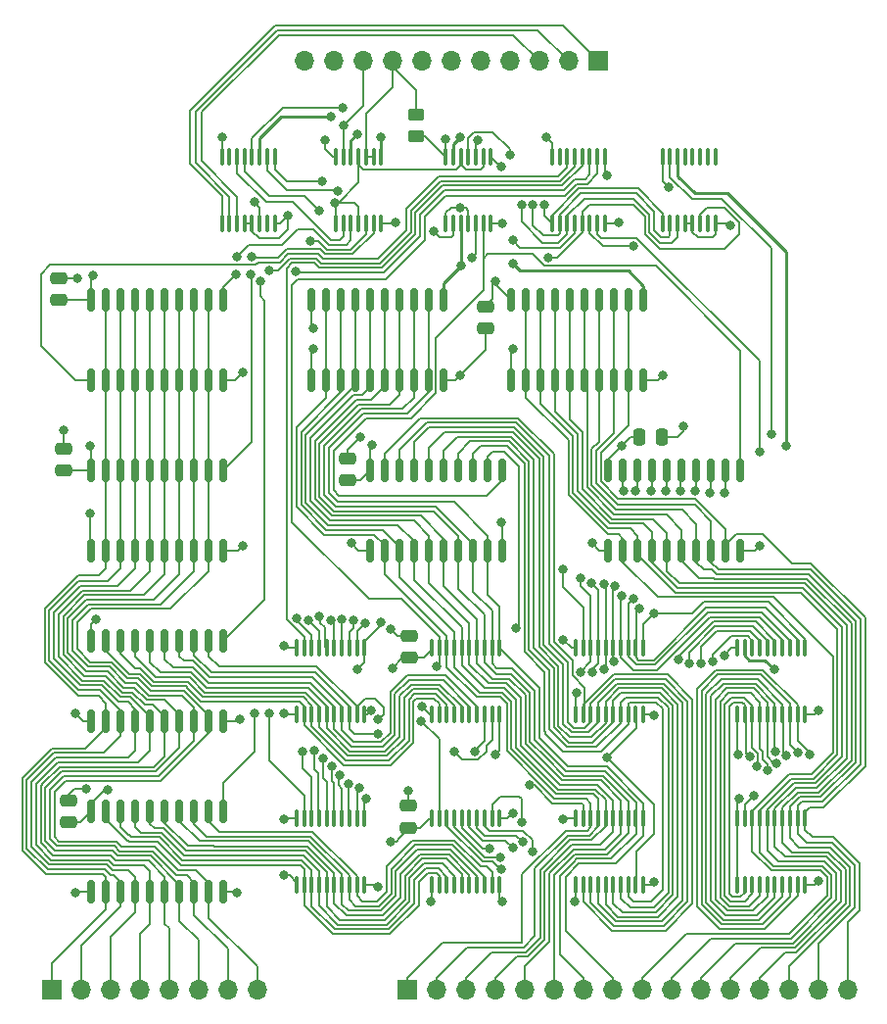
<source format=gbr>
%TF.GenerationSoftware,KiCad,Pcbnew,(6.0.0-0)*%
%TF.CreationDate,2022-02-14T21:13:17-05:00*%
%TF.ProjectId,Minified-Gpr,4d696e69-6669-4656-942d-4770722e6b69,rev?*%
%TF.SameCoordinates,Original*%
%TF.FileFunction,Copper,L1,Top*%
%TF.FilePolarity,Positive*%
%FSLAX46Y46*%
G04 Gerber Fmt 4.6, Leading zero omitted, Abs format (unit mm)*
G04 Created by KiCad (PCBNEW (6.0.0-0)) date 2022-02-14 21:13:17*
%MOMM*%
%LPD*%
G01*
G04 APERTURE LIST*
G04 Aperture macros list*
%AMRoundRect*
0 Rectangle with rounded corners*
0 $1 Rounding radius*
0 $2 $3 $4 $5 $6 $7 $8 $9 X,Y pos of 4 corners*
0 Add a 4 corners polygon primitive as box body*
4,1,4,$2,$3,$4,$5,$6,$7,$8,$9,$2,$3,0*
0 Add four circle primitives for the rounded corners*
1,1,$1+$1,$2,$3*
1,1,$1+$1,$4,$5*
1,1,$1+$1,$6,$7*
1,1,$1+$1,$8,$9*
0 Add four rect primitives between the rounded corners*
20,1,$1+$1,$2,$3,$4,$5,0*
20,1,$1+$1,$4,$5,$6,$7,0*
20,1,$1+$1,$6,$7,$8,$9,0*
20,1,$1+$1,$8,$9,$2,$3,0*%
G04 Aperture macros list end*
%TA.AperFunction,SMDPad,CuDef*%
%ADD10RoundRect,0.250000X0.475000X-0.250000X0.475000X0.250000X-0.475000X0.250000X-0.475000X-0.250000X0*%
%TD*%
%TA.AperFunction,SMDPad,CuDef*%
%ADD11RoundRect,0.100000X0.100000X-0.637500X0.100000X0.637500X-0.100000X0.637500X-0.100000X-0.637500X0*%
%TD*%
%TA.AperFunction,SMDPad,CuDef*%
%ADD12RoundRect,0.150000X0.150000X-0.837500X0.150000X0.837500X-0.150000X0.837500X-0.150000X-0.837500X0*%
%TD*%
%TA.AperFunction,SMDPad,CuDef*%
%ADD13RoundRect,0.250000X-0.450000X0.262500X-0.450000X-0.262500X0.450000X-0.262500X0.450000X0.262500X0*%
%TD*%
%TA.AperFunction,SMDPad,CuDef*%
%ADD14RoundRect,0.250000X-0.475000X0.250000X-0.475000X-0.250000X0.475000X-0.250000X0.475000X0.250000X0*%
%TD*%
%TA.AperFunction,SMDPad,CuDef*%
%ADD15RoundRect,0.250000X-0.250000X-0.475000X0.250000X-0.475000X0.250000X0.475000X-0.250000X0.475000X0*%
%TD*%
%TA.AperFunction,ComponentPad*%
%ADD16R,1.700000X1.700000*%
%TD*%
%TA.AperFunction,ComponentPad*%
%ADD17O,1.700000X1.700000*%
%TD*%
%TA.AperFunction,ViaPad*%
%ADD18C,0.800000*%
%TD*%
%TA.AperFunction,Conductor*%
%ADD19C,0.200000*%
%TD*%
%TA.AperFunction,Conductor*%
%ADD20C,0.250000*%
%TD*%
G04 APERTURE END LIST*
D10*
%TO.P,C7,1*%
%TO.N,VCC*%
X104770000Y-133580000D03*
%TO.P,C7,2*%
%TO.N,GND*%
X104770000Y-131680000D03*
%TD*%
D11*
%TO.P,U20,1*%
%TO.N,Net-(U20-Pad1)*%
X98507000Y-81348500D03*
%TO.P,U20,2*%
%TO.N,Net-(U2-Pad14)*%
X99157000Y-81348500D03*
%TO.P,U20,3*%
%TO.N,/LDC*%
X99807000Y-81348500D03*
%TO.P,U20,4*%
%TO.N,Net-(U20-Pad1)*%
X100457000Y-81348500D03*
%TO.P,U20,5*%
%TO.N,Net-(U2-Pad13)*%
X101107000Y-81348500D03*
%TO.P,U20,6*%
%TO.N,/LDD*%
X101757000Y-81348500D03*
%TO.P,U20,7,GND*%
%TO.N,GND*%
X102407000Y-81348500D03*
%TO.P,U20,8*%
%TO.N,Net-(U20-Pad12)*%
X102407000Y-75623500D03*
%TO.P,U20,9*%
%TO.N,~{CONTROL7}*%
X101757000Y-75623500D03*
%TO.P,U20,10*%
X101107000Y-75623500D03*
%TO.P,U20,11*%
%TO.N,Net-(U20-Pad1)*%
X100457000Y-75623500D03*
%TO.P,U20,12*%
%TO.N,Net-(U20-Pad12)*%
X99807000Y-75623500D03*
%TO.P,U20,13*%
%TO.N,CLOCK*%
X99157000Y-75623500D03*
%TO.P,U20,14,VCC*%
%TO.N,VCC*%
X98507000Y-75623500D03*
%TD*%
%TO.P,U18,1,A->B*%
%TO.N,VCC*%
X133219000Y-138498500D03*
%TO.P,U18,2,A0*%
%TO.N,/S3H0*%
X133869000Y-138498500D03*
%TO.P,U18,3,A1*%
%TO.N,/S3H1*%
X134519000Y-138498500D03*
%TO.P,U18,4,A2*%
%TO.N,/S3H2*%
X135169000Y-138498500D03*
%TO.P,U18,5,A3*%
%TO.N,/S3H3*%
X135819000Y-138498500D03*
%TO.P,U18,6,A4*%
%TO.N,/S3H4*%
X136469000Y-138498500D03*
%TO.P,U18,7,A5*%
%TO.N,/S3H5*%
X137119000Y-138498500D03*
%TO.P,U18,8,A6*%
%TO.N,/S3H6*%
X137769000Y-138498500D03*
%TO.P,U18,9,A7*%
%TO.N,/S3H7*%
X138419000Y-138498500D03*
%TO.P,U18,10,GND*%
%TO.N,GND*%
X139069000Y-138498500D03*
%TO.P,U18,11,B7*%
%TO.N,ADDR15*%
X139069000Y-132773500D03*
%TO.P,U18,12,B6*%
%TO.N,ADDR14*%
X138419000Y-132773500D03*
%TO.P,U18,13,B5*%
%TO.N,ADDR13*%
X137769000Y-132773500D03*
%TO.P,U18,14,B4*%
%TO.N,ADDR12*%
X137119000Y-132773500D03*
%TO.P,U18,15,B3*%
%TO.N,ADDR11*%
X136469000Y-132773500D03*
%TO.P,U18,16,B2*%
%TO.N,ADDR10*%
X135819000Y-132773500D03*
%TO.P,U18,17,B1*%
%TO.N,ADDR9*%
X135169000Y-132773500D03*
%TO.P,U18,18,B0*%
%TO.N,ADDR8*%
X134519000Y-132773500D03*
%TO.P,U18,19,CE*%
%TO.N,/~{S3_OUT}*%
X133869000Y-132773500D03*
%TO.P,U18,20,VCC*%
%TO.N,VCC*%
X133219000Y-132773500D03*
%TD*%
%TO.P,U8,1,A->B*%
%TO.N,VCC*%
X95119000Y-123766500D03*
%TO.P,U8,2,A0*%
%TO.N,/S1D0*%
X95769000Y-123766500D03*
%TO.P,U8,3,A1*%
%TO.N,/S1D1*%
X96419000Y-123766500D03*
%TO.P,U8,4,A2*%
%TO.N,/S1D2*%
X97069000Y-123766500D03*
%TO.P,U8,5,A3*%
%TO.N,/S1D3*%
X97719000Y-123766500D03*
%TO.P,U8,6,A4*%
%TO.N,/S1D4*%
X98369000Y-123766500D03*
%TO.P,U8,7,A5*%
%TO.N,/S1D5*%
X99019000Y-123766500D03*
%TO.P,U8,8,A6*%
%TO.N,/S1D6*%
X99669000Y-123766500D03*
%TO.P,U8,9,A7*%
%TO.N,/S1D7*%
X100319000Y-123766500D03*
%TO.P,U8,10,GND*%
%TO.N,GND*%
X100969000Y-123766500D03*
%TO.P,U8,11,B7*%
%TO.N,BUS7*%
X100969000Y-118041500D03*
%TO.P,U8,12,B6*%
%TO.N,BUS6*%
X100319000Y-118041500D03*
%TO.P,U8,13,B5*%
%TO.N,BUS5*%
X99669000Y-118041500D03*
%TO.P,U8,14,B4*%
%TO.N,BUS4*%
X99019000Y-118041500D03*
%TO.P,U8,15,B3*%
%TO.N,BUS3*%
X98369000Y-118041500D03*
%TO.P,U8,16,B2*%
%TO.N,BUS2*%
X97719000Y-118041500D03*
%TO.P,U8,17,B1*%
%TO.N,BUS1*%
X97069000Y-118041500D03*
%TO.P,U8,18,B0*%
%TO.N,BUS0*%
X96419000Y-118041500D03*
%TO.P,U8,19,CE*%
%TO.N,/~{S1_OUT}*%
X95769000Y-118041500D03*
%TO.P,U8,20,VCC*%
%TO.N,VCC*%
X95119000Y-118041500D03*
%TD*%
D12*
%TO.P,U7,1,OE*%
%TO.N,GND*%
X77343000Y-139098500D03*
%TO.P,U7,2,D0*%
%TO.N,BUS0*%
X78613000Y-139098500D03*
%TO.P,U7,3,D1*%
%TO.N,BUS1*%
X79883000Y-139098500D03*
%TO.P,U7,4,D2*%
%TO.N,BUS2*%
X81153000Y-139098500D03*
%TO.P,U7,5,D3*%
%TO.N,BUS3*%
X82423000Y-139098500D03*
%TO.P,U7,6,D4*%
%TO.N,BUS4*%
X83693000Y-139098500D03*
%TO.P,U7,7,D5*%
%TO.N,BUS5*%
X84963000Y-139098500D03*
%TO.P,U7,8,D6*%
%TO.N,BUS6*%
X86233000Y-139098500D03*
%TO.P,U7,9,D7*%
%TO.N,BUS7*%
X87503000Y-139098500D03*
%TO.P,U7,10,GND*%
%TO.N,GND*%
X88773000Y-139098500D03*
%TO.P,U7,11,Cp*%
%TO.N,/LDS2*%
X88773000Y-132173500D03*
%TO.P,U7,12,Q7*%
%TO.N,/S2D7*%
X87503000Y-132173500D03*
%TO.P,U7,13,Q6*%
%TO.N,/S2D6*%
X86233000Y-132173500D03*
%TO.P,U7,14,Q5*%
%TO.N,/S2D5*%
X84963000Y-132173500D03*
%TO.P,U7,15,Q4*%
%TO.N,/S2D4*%
X83693000Y-132173500D03*
%TO.P,U7,16,Q3*%
%TO.N,/S2D3*%
X82423000Y-132173500D03*
%TO.P,U7,17,Q2*%
%TO.N,/S2D2*%
X81153000Y-132173500D03*
%TO.P,U7,18,Q1*%
%TO.N,/S2D1*%
X79883000Y-132173500D03*
%TO.P,U7,19,Q0*%
%TO.N,/S2D0*%
X78613000Y-132173500D03*
%TO.P,U7,20,VCC*%
%TO.N,VCC*%
X77343000Y-132173500D03*
%TD*%
D10*
%TO.P,C8,1*%
%TO.N,VCC*%
X104820000Y-118870000D03*
%TO.P,C8,2*%
%TO.N,GND*%
X104820000Y-116970000D03*
%TD*%
D11*
%TO.P,U19,1,A0*%
%TO.N,CONTROL3*%
X126757000Y-81348500D03*
%TO.P,U19,2,A1*%
%TO.N,CONTROL4*%
X127407000Y-81348500D03*
%TO.P,U19,3,A2*%
%TO.N,CONTROL5*%
X128057000Y-81348500D03*
%TO.P,U19,4,E1*%
%TO.N,GND*%
X128707000Y-81348500D03*
%TO.P,U19,5,E2*%
X129357000Y-81348500D03*
%TO.P,U19,6,E3*%
%TO.N,CONTROL6*%
X130007000Y-81348500D03*
%TO.P,U19,7,O7*%
%TO.N,unconnected-(U19-Pad7)*%
X130657000Y-81348500D03*
%TO.P,U19,8,GND*%
%TO.N,GND*%
X131307000Y-81348500D03*
%TO.P,U19,9,O6*%
%TO.N,unconnected-(U19-Pad9)*%
X131307000Y-75623500D03*
%TO.P,U19,10,O5*%
%TO.N,unconnected-(U19-Pad10)*%
X130657000Y-75623500D03*
%TO.P,U19,11,O4*%
%TO.N,unconnected-(U19-Pad11)*%
X130007000Y-75623500D03*
%TO.P,U19,12,O3*%
%TO.N,unconnected-(U19-Pad12)*%
X129357000Y-75623500D03*
%TO.P,U19,13,O2*%
%TO.N,unconnected-(U19-Pad13)*%
X128707000Y-75623500D03*
%TO.P,U19,14,O1*%
%TO.N,/~{S3_MSB_OUT}*%
X128057000Y-75623500D03*
%TO.P,U19,15,O0*%
%TO.N,/~{S3_LSB_OUT}*%
X127407000Y-75623500D03*
%TO.P,U19,16,VCC*%
%TO.N,VCC*%
X126757000Y-75623500D03*
%TD*%
D13*
%TO.P,R1,1*%
%TO.N,~{CONTROL7}*%
X105410000Y-71985500D03*
%TO.P,R1,2*%
%TO.N,VCC*%
X105410000Y-73810500D03*
%TD*%
D14*
%TO.P,C2,1*%
%TO.N,VCC*%
X111420000Y-88520000D03*
%TO.P,C2,2*%
%TO.N,GND*%
X111420000Y-90420000D03*
%TD*%
D11*
%TO.P,U15,1,A->B*%
%TO.N,VCC*%
X119245000Y-123762500D03*
%TO.P,U15,2,A0*%
%TO.N,/S3L0*%
X119895000Y-123762500D03*
%TO.P,U15,3,A1*%
%TO.N,/S3L1*%
X120545000Y-123762500D03*
%TO.P,U15,4,A2*%
%TO.N,/S3L2*%
X121195000Y-123762500D03*
%TO.P,U15,5,A3*%
%TO.N,/S3L3*%
X121845000Y-123762500D03*
%TO.P,U15,6,A4*%
%TO.N,/S3L4*%
X122495000Y-123762500D03*
%TO.P,U15,7,A5*%
%TO.N,/S3L5*%
X123145000Y-123762500D03*
%TO.P,U15,8,A6*%
%TO.N,/S3L6*%
X123795000Y-123762500D03*
%TO.P,U15,9,A7*%
%TO.N,/S3L7*%
X124445000Y-123762500D03*
%TO.P,U15,10,GND*%
%TO.N,GND*%
X125095000Y-123762500D03*
%TO.P,U15,11,B7*%
%TO.N,BUS7*%
X125095000Y-118037500D03*
%TO.P,U15,12,B6*%
%TO.N,BUS6*%
X124445000Y-118037500D03*
%TO.P,U15,13,B5*%
%TO.N,BUS5*%
X123795000Y-118037500D03*
%TO.P,U15,14,B4*%
%TO.N,BUS4*%
X123145000Y-118037500D03*
%TO.P,U15,15,B3*%
%TO.N,BUS3*%
X122495000Y-118037500D03*
%TO.P,U15,16,B2*%
%TO.N,BUS2*%
X121845000Y-118037500D03*
%TO.P,U15,17,B1*%
%TO.N,BUS1*%
X121195000Y-118037500D03*
%TO.P,U15,18,B0*%
%TO.N,BUS0*%
X120545000Y-118037500D03*
%TO.P,U15,19,CE*%
%TO.N,/~{S3_LSB_OUT}*%
X119895000Y-118037500D03*
%TO.P,U15,20,VCC*%
%TO.N,VCC*%
X119245000Y-118037500D03*
%TD*%
D10*
%TO.P,C4,1*%
%TO.N,VCC*%
X75380000Y-133130000D03*
%TO.P,C4,2*%
%TO.N,GND*%
X75380000Y-131230000D03*
%TD*%
D12*
%TO.P,U1,1,OE*%
%TO.N,/~{F_OUT}*%
X96393000Y-94902500D03*
%TO.P,U1,2,D0*%
%TO.N,ADDR0*%
X97663000Y-94902500D03*
%TO.P,U1,3,D1*%
%TO.N,ADDR1*%
X98933000Y-94902500D03*
%TO.P,U1,4,D2*%
%TO.N,ADDR2*%
X100203000Y-94902500D03*
%TO.P,U1,5,D3*%
%TO.N,ADDR3*%
X101473000Y-94902500D03*
%TO.P,U1,6,D4*%
%TO.N,ADDR4*%
X102743000Y-94902500D03*
%TO.P,U1,7,D5*%
%TO.N,ADDR5*%
X104013000Y-94902500D03*
%TO.P,U1,8,D6*%
%TO.N,ADDR6*%
X105283000Y-94902500D03*
%TO.P,U1,9,D7*%
%TO.N,ADDR7*%
X106553000Y-94902500D03*
%TO.P,U1,10,GND*%
%TO.N,GND*%
X107823000Y-94902500D03*
%TO.P,U1,11,Cp*%
%TO.N,/LDF*%
X107823000Y-87977500D03*
%TO.P,U1,12,Q7*%
%TO.N,ADDR7*%
X106553000Y-87977500D03*
%TO.P,U1,13,Q6*%
%TO.N,ADDR6*%
X105283000Y-87977500D03*
%TO.P,U1,14,Q5*%
%TO.N,ADDR5*%
X104013000Y-87977500D03*
%TO.P,U1,15,Q4*%
%TO.N,ADDR4*%
X102743000Y-87977500D03*
%TO.P,U1,16,Q3*%
%TO.N,ADDR3*%
X101473000Y-87977500D03*
%TO.P,U1,17,Q2*%
%TO.N,ADDR2*%
X100203000Y-87977500D03*
%TO.P,U1,18,Q1*%
%TO.N,ADDR1*%
X98933000Y-87977500D03*
%TO.P,U1,19,Q0*%
%TO.N,ADDR0*%
X97663000Y-87977500D03*
%TO.P,U1,20,VCC*%
%TO.N,VCC*%
X96393000Y-87977500D03*
%TD*%
D11*
%TO.P,U17,1,A->B*%
%TO.N,VCC*%
X119245000Y-138502500D03*
%TO.P,U17,2,A0*%
%TO.N,/S3L0*%
X119895000Y-138502500D03*
%TO.P,U17,3,A1*%
%TO.N,/S3L1*%
X120545000Y-138502500D03*
%TO.P,U17,4,A2*%
%TO.N,/S3L2*%
X121195000Y-138502500D03*
%TO.P,U17,5,A3*%
%TO.N,/S3L3*%
X121845000Y-138502500D03*
%TO.P,U17,6,A4*%
%TO.N,/S3L4*%
X122495000Y-138502500D03*
%TO.P,U17,7,A5*%
%TO.N,/S3L5*%
X123145000Y-138502500D03*
%TO.P,U17,8,A6*%
%TO.N,/S3L6*%
X123795000Y-138502500D03*
%TO.P,U17,9,A7*%
%TO.N,/S3L7*%
X124445000Y-138502500D03*
%TO.P,U17,10,GND*%
%TO.N,GND*%
X125095000Y-138502500D03*
%TO.P,U17,11,B7*%
%TO.N,ADDR7*%
X125095000Y-132777500D03*
%TO.P,U17,12,B6*%
%TO.N,ADDR6*%
X124445000Y-132777500D03*
%TO.P,U17,13,B5*%
%TO.N,ADDR5*%
X123795000Y-132777500D03*
%TO.P,U17,14,B4*%
%TO.N,ADDR4*%
X123145000Y-132777500D03*
%TO.P,U17,15,B3*%
%TO.N,ADDR3*%
X122495000Y-132777500D03*
%TO.P,U17,16,B2*%
%TO.N,ADDR2*%
X121845000Y-132777500D03*
%TO.P,U17,17,B1*%
%TO.N,ADDR1*%
X121195000Y-132777500D03*
%TO.P,U17,18,B0*%
%TO.N,ADDR0*%
X120545000Y-132777500D03*
%TO.P,U17,19,CE*%
%TO.N,/~{S3_OUT}*%
X119895000Y-132777500D03*
%TO.P,U17,20,VCC*%
%TO.N,VCC*%
X119245000Y-132777500D03*
%TD*%
%TO.P,U2,1,A0*%
%TO.N,CONTROL0*%
X88657000Y-81348500D03*
%TO.P,U2,2,A1*%
%TO.N,CONTROL1*%
X89307000Y-81348500D03*
%TO.P,U2,3,A2*%
%TO.N,CONTROL2*%
X89957000Y-81348500D03*
%TO.P,U2,4,E1*%
%TO.N,GND*%
X90607000Y-81348500D03*
%TO.P,U2,5,E2*%
X91257000Y-81348500D03*
%TO.P,U2,6,E3*%
%TO.N,CLOCK*%
X91907000Y-81348500D03*
%TO.P,U2,7,O7*%
%TO.N,unconnected-(U2-Pad7)*%
X92557000Y-81348500D03*
%TO.P,U2,8,GND*%
%TO.N,GND*%
X93207000Y-81348500D03*
%TO.P,U2,9,O6*%
%TO.N,Net-(U2-Pad9)*%
X93207000Y-75623500D03*
%TO.P,U2,10,O5*%
%TO.N,Net-(U2-Pad10)*%
X92557000Y-75623500D03*
%TO.P,U2,11,O4*%
%TO.N,Net-(U2-Pad11)*%
X91907000Y-75623500D03*
%TO.P,U2,12,O3*%
%TO.N,Net-(U2-Pad12)*%
X91257000Y-75623500D03*
%TO.P,U2,13,O2*%
%TO.N,Net-(U2-Pad13)*%
X90607000Y-75623500D03*
%TO.P,U2,14,O1*%
%TO.N,Net-(U2-Pad14)*%
X89957000Y-75623500D03*
%TO.P,U2,15,O0*%
%TO.N,unconnected-(U2-Pad15)*%
X89307000Y-75623500D03*
%TO.P,U2,16,VCC*%
%TO.N,VCC*%
X88657000Y-75623500D03*
%TD*%
%TO.P,U10,1,A->B*%
%TO.N,VCC*%
X95119000Y-138498500D03*
%TO.P,U10,2,A0*%
%TO.N,/S2D0*%
X95769000Y-138498500D03*
%TO.P,U10,3,A1*%
%TO.N,/S2D1*%
X96419000Y-138498500D03*
%TO.P,U10,4,A2*%
%TO.N,/S2D2*%
X97069000Y-138498500D03*
%TO.P,U10,5,A3*%
%TO.N,/S2D3*%
X97719000Y-138498500D03*
%TO.P,U10,6,A4*%
%TO.N,/S2D4*%
X98369000Y-138498500D03*
%TO.P,U10,7,A5*%
%TO.N,/S2D5*%
X99019000Y-138498500D03*
%TO.P,U10,8,A6*%
%TO.N,/S2D6*%
X99669000Y-138498500D03*
%TO.P,U10,9,A7*%
%TO.N,/S2D7*%
X100319000Y-138498500D03*
%TO.P,U10,10,GND*%
%TO.N,GND*%
X100969000Y-138498500D03*
%TO.P,U10,11,B7*%
%TO.N,BUS7*%
X100969000Y-132773500D03*
%TO.P,U10,12,B6*%
%TO.N,BUS6*%
X100319000Y-132773500D03*
%TO.P,U10,13,B5*%
%TO.N,BUS5*%
X99669000Y-132773500D03*
%TO.P,U10,14,B4*%
%TO.N,BUS4*%
X99019000Y-132773500D03*
%TO.P,U10,15,B3*%
%TO.N,BUS3*%
X98369000Y-132773500D03*
%TO.P,U10,16,B2*%
%TO.N,BUS2*%
X97719000Y-132773500D03*
%TO.P,U10,17,B1*%
%TO.N,BUS1*%
X97069000Y-132773500D03*
%TO.P,U10,18,B0*%
%TO.N,BUS0*%
X96419000Y-132773500D03*
%TO.P,U10,19,CE*%
%TO.N,/~{S2_OUT}*%
X95769000Y-132773500D03*
%TO.P,U10,20,VCC*%
%TO.N,VCC*%
X95119000Y-132773500D03*
%TD*%
D10*
%TO.P,C6,1*%
%TO.N,VCC*%
X74960000Y-102700000D03*
%TO.P,C6,2*%
%TO.N,GND*%
X74960000Y-100800000D03*
%TD*%
D15*
%TO.P,C5,1*%
%TO.N,VCC*%
X124770000Y-99810000D03*
%TO.P,C5,2*%
%TO.N,GND*%
X126670000Y-99810000D03*
%TD*%
D12*
%TO.P,U5,1,OE*%
%TO.N,/~{D_OUT}*%
X77343000Y-109634500D03*
%TO.P,U5,2,D0*%
%TO.N,BUS0*%
X78613000Y-109634500D03*
%TO.P,U5,3,D1*%
%TO.N,BUS1*%
X79883000Y-109634500D03*
%TO.P,U5,4,D2*%
%TO.N,BUS2*%
X81153000Y-109634500D03*
%TO.P,U5,5,D3*%
%TO.N,BUS3*%
X82423000Y-109634500D03*
%TO.P,U5,6,D4*%
%TO.N,BUS4*%
X83693000Y-109634500D03*
%TO.P,U5,7,D5*%
%TO.N,BUS5*%
X84963000Y-109634500D03*
%TO.P,U5,8,D6*%
%TO.N,BUS6*%
X86233000Y-109634500D03*
%TO.P,U5,9,D7*%
%TO.N,BUS7*%
X87503000Y-109634500D03*
%TO.P,U5,10,GND*%
%TO.N,GND*%
X88773000Y-109634500D03*
%TO.P,U5,11,Cp*%
%TO.N,/LDD*%
X88773000Y-102709500D03*
%TO.P,U5,12,Q7*%
%TO.N,BUS7*%
X87503000Y-102709500D03*
%TO.P,U5,13,Q6*%
%TO.N,BUS6*%
X86233000Y-102709500D03*
%TO.P,U5,14,Q5*%
%TO.N,BUS5*%
X84963000Y-102709500D03*
%TO.P,U5,15,Q4*%
%TO.N,BUS4*%
X83693000Y-102709500D03*
%TO.P,U5,16,Q3*%
%TO.N,BUS3*%
X82423000Y-102709500D03*
%TO.P,U5,17,Q2*%
%TO.N,BUS2*%
X81153000Y-102709500D03*
%TO.P,U5,18,Q1*%
%TO.N,BUS1*%
X79883000Y-102709500D03*
%TO.P,U5,19,Q0*%
%TO.N,BUS0*%
X78613000Y-102709500D03*
%TO.P,U5,20,VCC*%
%TO.N,VCC*%
X77343000Y-102709500D03*
%TD*%
%TO.P,U13,1,OE*%
%TO.N,/~{F_OUT}*%
X113665000Y-94902500D03*
%TO.P,U13,2,D0*%
%TO.N,ADDR8*%
X114935000Y-94902500D03*
%TO.P,U13,3,D1*%
%TO.N,ADDR9*%
X116205000Y-94902500D03*
%TO.P,U13,4,D2*%
%TO.N,ADDR10*%
X117475000Y-94902500D03*
%TO.P,U13,5,D3*%
%TO.N,ADDR11*%
X118745000Y-94902500D03*
%TO.P,U13,6,D4*%
%TO.N,ADDR12*%
X120015000Y-94902500D03*
%TO.P,U13,7,D5*%
%TO.N,ADDR13*%
X121285000Y-94902500D03*
%TO.P,U13,8,D6*%
%TO.N,ADDR14*%
X122555000Y-94902500D03*
%TO.P,U13,9,D7*%
%TO.N,ADDR15*%
X123825000Y-94902500D03*
%TO.P,U13,10,GND*%
%TO.N,GND*%
X125095000Y-94902500D03*
%TO.P,U13,11,Cp*%
%TO.N,/LDF*%
X125095000Y-87977500D03*
%TO.P,U13,12,Q7*%
%TO.N,ADDR15*%
X123825000Y-87977500D03*
%TO.P,U13,13,Q6*%
%TO.N,ADDR14*%
X122555000Y-87977500D03*
%TO.P,U13,14,Q5*%
%TO.N,ADDR13*%
X121285000Y-87977500D03*
%TO.P,U13,15,Q4*%
%TO.N,ADDR12*%
X120015000Y-87977500D03*
%TO.P,U13,16,Q3*%
%TO.N,ADDR11*%
X118745000Y-87977500D03*
%TO.P,U13,17,Q2*%
%TO.N,ADDR10*%
X117475000Y-87977500D03*
%TO.P,U13,18,Q1*%
%TO.N,ADDR9*%
X116205000Y-87977500D03*
%TO.P,U13,19,Q0*%
%TO.N,ADDR8*%
X114935000Y-87977500D03*
%TO.P,U13,20,VCC*%
%TO.N,VCC*%
X113665000Y-87977500D03*
%TD*%
%TO.P,U14,1,OE*%
%TO.N,GND*%
X122065000Y-109598500D03*
%TO.P,U14,2,D0*%
%TO.N,ADDR8*%
X123335000Y-109598500D03*
%TO.P,U14,3,D1*%
%TO.N,ADDR9*%
X124605000Y-109598500D03*
%TO.P,U14,4,D2*%
%TO.N,ADDR10*%
X125875000Y-109598500D03*
%TO.P,U14,5,D3*%
%TO.N,ADDR11*%
X127145000Y-109598500D03*
%TO.P,U14,6,D4*%
%TO.N,ADDR12*%
X128415000Y-109598500D03*
%TO.P,U14,7,D5*%
%TO.N,ADDR13*%
X129685000Y-109598500D03*
%TO.P,U14,8,D6*%
%TO.N,ADDR14*%
X130955000Y-109598500D03*
%TO.P,U14,9,D7*%
%TO.N,ADDR15*%
X132225000Y-109598500D03*
%TO.P,U14,10,GND*%
%TO.N,GND*%
X133495000Y-109598500D03*
%TO.P,U14,11,Cp*%
%TO.N,/LDS3*%
X133495000Y-102673500D03*
%TO.P,U14,12,Q7*%
%TO.N,/S3H7*%
X132225000Y-102673500D03*
%TO.P,U14,13,Q6*%
%TO.N,/S3H6*%
X130955000Y-102673500D03*
%TO.P,U14,14,Q5*%
%TO.N,/S3H5*%
X129685000Y-102673500D03*
%TO.P,U14,15,Q4*%
%TO.N,/S3H4*%
X128415000Y-102673500D03*
%TO.P,U14,16,Q3*%
%TO.N,/S3H3*%
X127145000Y-102673500D03*
%TO.P,U14,17,Q2*%
%TO.N,/S3H2*%
X125875000Y-102673500D03*
%TO.P,U14,18,Q1*%
%TO.N,/S3H1*%
X124605000Y-102673500D03*
%TO.P,U14,19,Q0*%
%TO.N,/S3H0*%
X123335000Y-102673500D03*
%TO.P,U14,20,VCC*%
%TO.N,VCC*%
X122065000Y-102673500D03*
%TD*%
D10*
%TO.P,C3,1*%
%TO.N,VCC*%
X99480000Y-103560000D03*
%TO.P,C3,2*%
%TO.N,GND*%
X99480000Y-101660000D03*
%TD*%
D11*
%TO.P,U11,1,A->B*%
%TO.N,VCC*%
X106803000Y-138498500D03*
%TO.P,U11,2,A0*%
%TO.N,/S2D0*%
X107453000Y-138498500D03*
%TO.P,U11,3,A1*%
%TO.N,/S2D1*%
X108103000Y-138498500D03*
%TO.P,U11,4,A2*%
%TO.N,/S2D2*%
X108753000Y-138498500D03*
%TO.P,U11,5,A3*%
%TO.N,/S2D3*%
X109403000Y-138498500D03*
%TO.P,U11,6,A4*%
%TO.N,/S2D4*%
X110053000Y-138498500D03*
%TO.P,U11,7,A5*%
%TO.N,/S2D5*%
X110703000Y-138498500D03*
%TO.P,U11,8,A6*%
%TO.N,/S2D6*%
X111353000Y-138498500D03*
%TO.P,U11,9,A7*%
%TO.N,/S2D7*%
X112003000Y-138498500D03*
%TO.P,U11,10,GND*%
%TO.N,GND*%
X112653000Y-138498500D03*
%TO.P,U11,11,B7*%
%TO.N,ADDR15*%
X112653000Y-132773500D03*
%TO.P,U11,12,B6*%
%TO.N,ADDR14*%
X112003000Y-132773500D03*
%TO.P,U11,13,B5*%
%TO.N,ADDR13*%
X111353000Y-132773500D03*
%TO.P,U11,14,B4*%
%TO.N,ADDR12*%
X110703000Y-132773500D03*
%TO.P,U11,15,B3*%
%TO.N,ADDR11*%
X110053000Y-132773500D03*
%TO.P,U11,16,B2*%
%TO.N,ADDR10*%
X109403000Y-132773500D03*
%TO.P,U11,17,B1*%
%TO.N,ADDR9*%
X108753000Y-132773500D03*
%TO.P,U11,18,B0*%
%TO.N,ADDR8*%
X108103000Y-132773500D03*
%TO.P,U11,19,CE*%
%TO.N,/~{S1S2_OUT}*%
X107453000Y-132773500D03*
%TO.P,U11,20,VCC*%
%TO.N,VCC*%
X106803000Y-132773500D03*
%TD*%
%TO.P,U21,1*%
%TO.N,Net-(U20-Pad1)*%
X108012000Y-81348500D03*
%TO.P,U21,2*%
%TO.N,Net-(U2-Pad10)*%
X108662000Y-81348500D03*
%TO.P,U21,3*%
%TO.N,/LDF*%
X109312000Y-81348500D03*
%TO.P,U21,4*%
%TO.N,Net-(U20-Pad1)*%
X109962000Y-81348500D03*
%TO.P,U21,5*%
%TO.N,Net-(U2-Pad9)*%
X110612000Y-81348500D03*
%TO.P,U21,6*%
%TO.N,/LDS3*%
X111262000Y-81348500D03*
%TO.P,U21,7,GND*%
%TO.N,GND*%
X111912000Y-81348500D03*
%TO.P,U21,8*%
%TO.N,/LDS1*%
X111912000Y-75623500D03*
%TO.P,U21,9*%
%TO.N,Net-(U20-Pad1)*%
X111262000Y-75623500D03*
%TO.P,U21,10*%
%TO.N,Net-(U2-Pad12)*%
X110612000Y-75623500D03*
%TO.P,U21,11*%
%TO.N,/LDS2*%
X109962000Y-75623500D03*
%TO.P,U21,12*%
%TO.N,Net-(U20-Pad1)*%
X109312000Y-75623500D03*
%TO.P,U21,13*%
%TO.N,Net-(U2-Pad11)*%
X108662000Y-75623500D03*
%TO.P,U21,14,VCC*%
%TO.N,VCC*%
X108012000Y-75623500D03*
%TD*%
%TO.P,U9,1,A->B*%
%TO.N,VCC*%
X106803000Y-123766500D03*
%TO.P,U9,2,A0*%
%TO.N,/S1D0*%
X107453000Y-123766500D03*
%TO.P,U9,3,A1*%
%TO.N,/S1D1*%
X108103000Y-123766500D03*
%TO.P,U9,4,A2*%
%TO.N,/S1D2*%
X108753000Y-123766500D03*
%TO.P,U9,5,A3*%
%TO.N,/S1D3*%
X109403000Y-123766500D03*
%TO.P,U9,6,A4*%
%TO.N,/S1D4*%
X110053000Y-123766500D03*
%TO.P,U9,7,A5*%
%TO.N,/S1D5*%
X110703000Y-123766500D03*
%TO.P,U9,8,A6*%
%TO.N,/S1D6*%
X111353000Y-123766500D03*
%TO.P,U9,9,A7*%
%TO.N,/S1D7*%
X112003000Y-123766500D03*
%TO.P,U9,10,GND*%
%TO.N,GND*%
X112653000Y-123766500D03*
%TO.P,U9,11,B7*%
%TO.N,ADDR7*%
X112653000Y-118041500D03*
%TO.P,U9,12,B6*%
%TO.N,ADDR6*%
X112003000Y-118041500D03*
%TO.P,U9,13,B5*%
%TO.N,ADDR5*%
X111353000Y-118041500D03*
%TO.P,U9,14,B4*%
%TO.N,ADDR4*%
X110703000Y-118041500D03*
%TO.P,U9,15,B3*%
%TO.N,ADDR3*%
X110053000Y-118041500D03*
%TO.P,U9,16,B2*%
%TO.N,ADDR2*%
X109403000Y-118041500D03*
%TO.P,U9,17,B1*%
%TO.N,ADDR1*%
X108753000Y-118041500D03*
%TO.P,U9,18,B0*%
%TO.N,ADDR0*%
X108103000Y-118041500D03*
%TO.P,U9,19,CE*%
%TO.N,/~{S1S2_OUT}*%
X107453000Y-118041500D03*
%TO.P,U9,20,VCC*%
%TO.N,VCC*%
X106803000Y-118041500D03*
%TD*%
%TO.P,U16,1,A->B*%
%TO.N,VCC*%
X133219000Y-123766500D03*
%TO.P,U16,2,A0*%
%TO.N,/S3H0*%
X133869000Y-123766500D03*
%TO.P,U16,3,A1*%
%TO.N,/S3H1*%
X134519000Y-123766500D03*
%TO.P,U16,4,A2*%
%TO.N,/S3H2*%
X135169000Y-123766500D03*
%TO.P,U16,5,A3*%
%TO.N,/S3H3*%
X135819000Y-123766500D03*
%TO.P,U16,6,A4*%
%TO.N,/S3H4*%
X136469000Y-123766500D03*
%TO.P,U16,7,A5*%
%TO.N,/S3H5*%
X137119000Y-123766500D03*
%TO.P,U16,8,A6*%
%TO.N,/S3H6*%
X137769000Y-123766500D03*
%TO.P,U16,9,A7*%
%TO.N,/S3H7*%
X138419000Y-123766500D03*
%TO.P,U16,10,GND*%
%TO.N,GND*%
X139069000Y-123766500D03*
%TO.P,U16,11,B7*%
%TO.N,BUS7*%
X139069000Y-118041500D03*
%TO.P,U16,12,B6*%
%TO.N,BUS6*%
X138419000Y-118041500D03*
%TO.P,U16,13,B5*%
%TO.N,BUS5*%
X137769000Y-118041500D03*
%TO.P,U16,14,B4*%
%TO.N,BUS4*%
X137119000Y-118041500D03*
%TO.P,U16,15,B3*%
%TO.N,BUS3*%
X136469000Y-118041500D03*
%TO.P,U16,16,B2*%
%TO.N,BUS2*%
X135819000Y-118041500D03*
%TO.P,U16,17,B1*%
%TO.N,BUS1*%
X135169000Y-118041500D03*
%TO.P,U16,18,B0*%
%TO.N,BUS0*%
X134519000Y-118041500D03*
%TO.P,U16,19,CE*%
%TO.N,/~{S3_MSB_OUT}*%
X133869000Y-118041500D03*
%TO.P,U16,20,VCC*%
%TO.N,VCC*%
X133219000Y-118041500D03*
%TD*%
D12*
%TO.P,U4,1,OE*%
%TO.N,/~{C_OUT}*%
X77343000Y-94902500D03*
%TO.P,U4,2,D0*%
%TO.N,BUS0*%
X78613000Y-94902500D03*
%TO.P,U4,3,D1*%
%TO.N,BUS1*%
X79883000Y-94902500D03*
%TO.P,U4,4,D2*%
%TO.N,BUS2*%
X81153000Y-94902500D03*
%TO.P,U4,5,D3*%
%TO.N,BUS3*%
X82423000Y-94902500D03*
%TO.P,U4,6,D4*%
%TO.N,BUS4*%
X83693000Y-94902500D03*
%TO.P,U4,7,D5*%
%TO.N,BUS5*%
X84963000Y-94902500D03*
%TO.P,U4,8,D6*%
%TO.N,BUS6*%
X86233000Y-94902500D03*
%TO.P,U4,9,D7*%
%TO.N,BUS7*%
X87503000Y-94902500D03*
%TO.P,U4,10,GND*%
%TO.N,GND*%
X88773000Y-94902500D03*
%TO.P,U4,11,Cp*%
%TO.N,/LDC*%
X88773000Y-87977500D03*
%TO.P,U4,12,Q7*%
%TO.N,BUS7*%
X87503000Y-87977500D03*
%TO.P,U4,13,Q6*%
%TO.N,BUS6*%
X86233000Y-87977500D03*
%TO.P,U4,14,Q5*%
%TO.N,BUS5*%
X84963000Y-87977500D03*
%TO.P,U4,15,Q4*%
%TO.N,BUS4*%
X83693000Y-87977500D03*
%TO.P,U4,16,Q3*%
%TO.N,BUS3*%
X82423000Y-87977500D03*
%TO.P,U4,17,Q2*%
%TO.N,BUS2*%
X81153000Y-87977500D03*
%TO.P,U4,18,Q1*%
%TO.N,BUS1*%
X79883000Y-87977500D03*
%TO.P,U4,19,Q0*%
%TO.N,BUS0*%
X78613000Y-87977500D03*
%TO.P,U4,20,VCC*%
%TO.N,VCC*%
X77343000Y-87977500D03*
%TD*%
D10*
%TO.P,C1,1*%
%TO.N,VCC*%
X74550000Y-87960000D03*
%TO.P,C1,2*%
%TO.N,GND*%
X74550000Y-86060000D03*
%TD*%
D12*
%TO.P,U6,1,OE*%
%TO.N,GND*%
X77343000Y-124366500D03*
%TO.P,U6,2,D0*%
%TO.N,BUS0*%
X78613000Y-124366500D03*
%TO.P,U6,3,D1*%
%TO.N,BUS1*%
X79883000Y-124366500D03*
%TO.P,U6,4,D2*%
%TO.N,BUS2*%
X81153000Y-124366500D03*
%TO.P,U6,5,D3*%
%TO.N,BUS3*%
X82423000Y-124366500D03*
%TO.P,U6,6,D4*%
%TO.N,BUS4*%
X83693000Y-124366500D03*
%TO.P,U6,7,D5*%
%TO.N,BUS5*%
X84963000Y-124366500D03*
%TO.P,U6,8,D6*%
%TO.N,BUS6*%
X86233000Y-124366500D03*
%TO.P,U6,9,D7*%
%TO.N,BUS7*%
X87503000Y-124366500D03*
%TO.P,U6,10,GND*%
%TO.N,GND*%
X88773000Y-124366500D03*
%TO.P,U6,11,Cp*%
%TO.N,/LDS1*%
X88773000Y-117441500D03*
%TO.P,U6,12,Q7*%
%TO.N,/S1D7*%
X87503000Y-117441500D03*
%TO.P,U6,13,Q6*%
%TO.N,/S1D6*%
X86233000Y-117441500D03*
%TO.P,U6,14,Q5*%
%TO.N,/S1D5*%
X84963000Y-117441500D03*
%TO.P,U6,15,Q4*%
%TO.N,/S1D4*%
X83693000Y-117441500D03*
%TO.P,U6,16,Q3*%
%TO.N,/S1D3*%
X82423000Y-117441500D03*
%TO.P,U6,17,Q2*%
%TO.N,/S1D2*%
X81153000Y-117441500D03*
%TO.P,U6,18,Q1*%
%TO.N,/S1D1*%
X79883000Y-117441500D03*
%TO.P,U6,19,Q0*%
%TO.N,/S1D0*%
X78613000Y-117441500D03*
%TO.P,U6,20,VCC*%
%TO.N,VCC*%
X77343000Y-117441500D03*
%TD*%
D11*
%TO.P,U3,1,A0*%
%TO.N,CONTROL3*%
X117212000Y-81348500D03*
%TO.P,U3,2,A1*%
%TO.N,CONTROL4*%
X117862000Y-81348500D03*
%TO.P,U3,3,A2*%
%TO.N,CONTROL5*%
X118512000Y-81348500D03*
%TO.P,U3,4,E1*%
%TO.N,GND*%
X119162000Y-81348500D03*
%TO.P,U3,5,E2*%
%TO.N,CONTROL6*%
X119812000Y-81348500D03*
%TO.P,U3,6,E3*%
%TO.N,VCC*%
X120462000Y-81348500D03*
%TO.P,U3,7,O7*%
%TO.N,/~{S3_OUT}*%
X121112000Y-81348500D03*
%TO.P,U3,8,GND*%
%TO.N,GND*%
X121762000Y-81348500D03*
%TO.P,U3,9,O6*%
%TO.N,/~{F_OUT}*%
X121762000Y-75623500D03*
%TO.P,U3,10,O5*%
%TO.N,/~{S1S2_OUT}*%
X121112000Y-75623500D03*
%TO.P,U3,11,O4*%
%TO.N,/~{S2_OUT}*%
X120462000Y-75623500D03*
%TO.P,U3,12,O3*%
%TO.N,/~{S1_OUT}*%
X119812000Y-75623500D03*
%TO.P,U3,13,O2*%
%TO.N,/~{D_OUT}*%
X119162000Y-75623500D03*
%TO.P,U3,14,O1*%
%TO.N,/~{C_OUT}*%
X118512000Y-75623500D03*
%TO.P,U3,15,O0*%
%TO.N,unconnected-(U3-Pad15)*%
X117862000Y-75623500D03*
%TO.P,U3,16,VCC*%
%TO.N,VCC*%
X117212000Y-75623500D03*
%TD*%
D12*
%TO.P,U12,1,OE*%
%TO.N,GND*%
X101470000Y-109630000D03*
%TO.P,U12,2,D0*%
%TO.N,ADDR0*%
X102740000Y-109630000D03*
%TO.P,U12,3,D1*%
%TO.N,ADDR1*%
X104010000Y-109630000D03*
%TO.P,U12,4,D2*%
%TO.N,ADDR2*%
X105280000Y-109630000D03*
%TO.P,U12,5,D3*%
%TO.N,ADDR3*%
X106550000Y-109630000D03*
%TO.P,U12,6,D4*%
%TO.N,ADDR4*%
X107820000Y-109630000D03*
%TO.P,U12,7,D5*%
%TO.N,ADDR5*%
X109090000Y-109630000D03*
%TO.P,U12,8,D6*%
%TO.N,ADDR6*%
X110360000Y-109630000D03*
%TO.P,U12,9,D7*%
%TO.N,ADDR7*%
X111630000Y-109630000D03*
%TO.P,U12,10,GND*%
%TO.N,GND*%
X112900000Y-109630000D03*
%TO.P,U12,11,Cp*%
%TO.N,/LDS3*%
X112900000Y-102705000D03*
%TO.P,U12,12,Q7*%
%TO.N,/S3L7*%
X111630000Y-102705000D03*
%TO.P,U12,13,Q6*%
%TO.N,/S3L6*%
X110360000Y-102705000D03*
%TO.P,U12,14,Q5*%
%TO.N,/S3L5*%
X109090000Y-102705000D03*
%TO.P,U12,15,Q4*%
%TO.N,/S3L4*%
X107820000Y-102705000D03*
%TO.P,U12,16,Q3*%
%TO.N,/S3L3*%
X106550000Y-102705000D03*
%TO.P,U12,17,Q2*%
%TO.N,/S3L2*%
X105280000Y-102705000D03*
%TO.P,U12,18,Q1*%
%TO.N,/S3L1*%
X104010000Y-102705000D03*
%TO.P,U12,19,Q0*%
%TO.N,/S3L0*%
X102740000Y-102705000D03*
%TO.P,U12,20,VCC*%
%TO.N,VCC*%
X101470000Y-102705000D03*
%TD*%
D16*
%TO.P,J1,1,Pin_1*%
%TO.N,BUS0*%
X73929000Y-147574000D03*
D17*
%TO.P,J1,2,Pin_2*%
%TO.N,BUS1*%
X76469000Y-147574000D03*
%TO.P,J1,3,Pin_3*%
%TO.N,BUS2*%
X79009000Y-147574000D03*
%TO.P,J1,4,Pin_4*%
%TO.N,BUS3*%
X81549000Y-147574000D03*
%TO.P,J1,5,Pin_5*%
%TO.N,BUS4*%
X84089000Y-147574000D03*
%TO.P,J1,6,Pin_6*%
%TO.N,BUS5*%
X86629000Y-147574000D03*
%TO.P,J1,7,Pin_7*%
%TO.N,BUS6*%
X89169000Y-147574000D03*
%TO.P,J1,8,Pin_8*%
%TO.N,BUS7*%
X91709000Y-147574000D03*
%TD*%
D16*
%TO.P,J2,1,Pin_1*%
%TO.N,ADDR0*%
X104648000Y-147574000D03*
D17*
%TO.P,J2,2,Pin_2*%
%TO.N,ADDR1*%
X107188000Y-147574000D03*
%TO.P,J2,3,Pin_3*%
%TO.N,ADDR2*%
X109728000Y-147574000D03*
%TO.P,J2,4,Pin_4*%
%TO.N,ADDR3*%
X112268000Y-147574000D03*
%TO.P,J2,5,Pin_5*%
%TO.N,ADDR4*%
X114808000Y-147574000D03*
%TO.P,J2,6,Pin_6*%
%TO.N,ADDR5*%
X117348000Y-147574000D03*
%TO.P,J2,7,Pin_7*%
%TO.N,ADDR6*%
X119888000Y-147574000D03*
%TO.P,J2,8,Pin_8*%
%TO.N,ADDR7*%
X122428000Y-147574000D03*
%TO.P,J2,9,Pin_9*%
%TO.N,ADDR8*%
X124968000Y-147574000D03*
%TO.P,J2,10,Pin_10*%
%TO.N,ADDR9*%
X127508000Y-147574000D03*
%TO.P,J2,11,Pin_11*%
%TO.N,ADDR10*%
X130048000Y-147574000D03*
%TO.P,J2,12,Pin_12*%
%TO.N,ADDR11*%
X132588000Y-147574000D03*
%TO.P,J2,13,Pin_13*%
%TO.N,ADDR12*%
X135128000Y-147574000D03*
%TO.P,J2,14,Pin_14*%
%TO.N,ADDR13*%
X137668000Y-147574000D03*
%TO.P,J2,15,Pin_15*%
%TO.N,ADDR14*%
X140208000Y-147574000D03*
%TO.P,J2,16,Pin_16*%
%TO.N,ADDR15*%
X142748000Y-147574000D03*
%TD*%
D16*
%TO.P,J3,1,Pin_1*%
%TO.N,CONTROL0*%
X121158000Y-67310000D03*
D17*
%TO.P,J3,2,Pin_2*%
%TO.N,CONTROL1*%
X118618000Y-67310000D03*
%TO.P,J3,3,Pin_3*%
%TO.N,CONTROL2*%
X116078000Y-67310000D03*
%TO.P,J3,4,Pin_4*%
%TO.N,CONTROL3*%
X113538000Y-67310000D03*
%TO.P,J3,5,Pin_5*%
%TO.N,CONTROL4*%
X110998000Y-67310000D03*
%TO.P,J3,6,Pin_6*%
%TO.N,CONTROL5*%
X108458000Y-67310000D03*
%TO.P,J3,7,Pin_7*%
%TO.N,CONTROL6*%
X105918000Y-67310000D03*
%TO.P,J3,8,Pin_8*%
%TO.N,~{CONTROL7}*%
X103378000Y-67310000D03*
%TO.P,J3,9,Pin_9*%
%TO.N,CLOCK*%
X100838000Y-67310000D03*
%TO.P,J3,10,Pin_10*%
%TO.N,GND*%
X98298000Y-67310000D03*
%TO.P,J3,11,Pin_11*%
%TO.N,VCC*%
X95758000Y-67310000D03*
%TD*%
D18*
%TO.N,BUS0*%
X119666213Y-112039479D03*
X95641201Y-126982582D03*
X119650497Y-120142000D03*
X95147280Y-115494036D03*
X131050683Y-119234305D03*
%TO.N,BUS1*%
X120585344Y-112438989D03*
X96637733Y-126905582D03*
X120650000Y-120142000D03*
X130048177Y-119376080D03*
X96133282Y-115657757D03*
%TO.N,BUS2*%
X97080785Y-115339572D03*
X97390096Y-127573914D03*
X121653667Y-112519655D03*
X121666000Y-119888000D03*
X129049106Y-119405430D03*
%TO.N,BUS3*%
X98039516Y-115622133D03*
X98169000Y-128279842D03*
X122635576Y-112706364D03*
X122578918Y-119236348D03*
X128112877Y-119055459D03*
%TO.N,BUS4*%
X98868500Y-129032243D03*
X123190000Y-113538000D03*
X99035604Y-115539589D03*
%TO.N,BUS5*%
X100029694Y-115643470D03*
X124206000Y-113792000D03*
X99581339Y-129787561D03*
%TO.N,BUS6*%
X101005186Y-115861233D03*
X124779481Y-114616500D03*
X100522893Y-130122942D03*
%TO.N,BUS7*%
X102362000Y-115824000D03*
X100330000Y-119888000D03*
X101092000Y-131064000D03*
X125984000Y-115062000D03*
%TO.N,ADDR8*%
X112779503Y-137151827D03*
%TO.N,ADDR9*%
X112683664Y-136156930D03*
%TO.N,ADDR10*%
X111770900Y-135356520D03*
%TO.N,ADDR11*%
X113796124Y-135290901D03*
%TO.N,ADDR12*%
X114676141Y-134817007D03*
%TO.N,ADDR13*%
X115486989Y-135636000D03*
%TO.N,ADDR14*%
X114554000Y-133096000D03*
%TO.N,ADDR15*%
X113792000Y-132334000D03*
%TO.N,CLOCK*%
X99157000Y-72860500D03*
X91440000Y-79502000D03*
%TO.N,GND*%
X74970000Y-99250000D03*
X100580000Y-99810000D03*
X103270000Y-116430000D03*
X99821380Y-108977543D03*
X90424000Y-109220000D03*
X89916000Y-139192000D03*
X76140000Y-86060000D03*
X75946000Y-123698000D03*
X140208000Y-123444000D03*
X132588000Y-81534000D03*
X112912348Y-81338826D03*
X109220000Y-94488000D03*
X75946000Y-139192000D03*
X94377983Y-80654773D03*
X112872945Y-139954000D03*
X112268000Y-127254000D03*
X90424000Y-94234000D03*
X122936000Y-81280000D03*
X90170000Y-124206000D03*
X120650000Y-108966000D03*
X101568359Y-123428980D03*
X102108000Y-138684000D03*
X112776000Y-107188000D03*
X113792000Y-82804000D03*
X126046500Y-123832625D03*
X104770000Y-130370000D03*
X135128000Y-109220000D03*
X126046500Y-138241481D03*
X128590000Y-98860000D03*
X103632000Y-81280000D03*
X140208000Y-138176000D03*
X76930000Y-130240000D03*
X126746000Y-94488000D03*
%TO.N,Net-(U2-Pad13)*%
X97028000Y-80264000D03*
X96309463Y-82877700D03*
%TO.N,VCC*%
X118140604Y-117317397D03*
X118110000Y-132842000D03*
X116706031Y-73914000D03*
X133350000Y-131064000D03*
X124206000Y-83312000D03*
X106680000Y-139954000D03*
X93980000Y-123698000D03*
X132122154Y-118660154D03*
X123190000Y-100584000D03*
X119126000Y-139954000D03*
X112268000Y-86360000D03*
X105929543Y-123093056D03*
X93980000Y-137668000D03*
X119283054Y-121884752D03*
X108012000Y-74106000D03*
X77470000Y-85852000D03*
X93980000Y-117856000D03*
X96520000Y-90424000D03*
X77216000Y-100584000D03*
X77724000Y-115570000D03*
X97536000Y-74168000D03*
X103370000Y-119760000D03*
X93980000Y-132842000D03*
X103240000Y-134770000D03*
X127254000Y-78232000D03*
X88646000Y-73914000D03*
X133300713Y-127252889D03*
X101610000Y-100510000D03*
X78740000Y-130302000D03*
%TO.N,/~{F_OUT}*%
X113792000Y-92202000D03*
X96520000Y-92202000D03*
X121920000Y-77216000D03*
%TO.N,/~{S3_OUT}*%
X134620000Y-130810000D03*
X135128000Y-101092000D03*
X115228400Y-129881599D03*
%TO.N,/~{S1S2_OUT}*%
X107188000Y-119634000D03*
X105904076Y-124375517D03*
%TO.N,/~{S2_OUT}*%
X95052825Y-85475233D03*
X92710000Y-123698000D03*
%TO.N,/~{D_OUT}*%
X77216000Y-106426000D03*
X92770048Y-85454840D03*
%TO.N,/S1D7*%
X108712000Y-127000000D03*
X102173288Y-124224632D03*
%TO.N,/S1D6*%
X110490000Y-127000000D03*
X102108000Y-125476000D03*
%TO.N,CONTROL3*%
X116553006Y-79756000D03*
%TO.N,CONTROL4*%
X115553503Y-79756000D03*
%TO.N,CONTROL5*%
X114554000Y-79756000D03*
%TO.N,CONTROL6*%
X116840000Y-84328000D03*
%TO.N,Net-(U2-Pad11)*%
X98044000Y-72136000D03*
X109220000Y-73914000D03*
%TO.N,Net-(U2-Pad10)*%
X98626662Y-78590899D03*
X106934000Y-82042000D03*
%TO.N,/~{S3_LSB_OUT}*%
X136144000Y-99568000D03*
X118110000Y-111252000D03*
%TO.N,/~{S3_MSB_OUT}*%
X136398000Y-119888000D03*
X137414000Y-100584000D03*
%TO.N,/LDF*%
X109312000Y-84998000D03*
X113792000Y-84836000D03*
%TO.N,Net-(U2-Pad9)*%
X110236000Y-84328000D03*
X97282000Y-77724000D03*
%TO.N,Net-(U2-Pad12)*%
X99060000Y-71374000D03*
X110744000Y-74168000D03*
%TO.N,/LDC*%
X89916000Y-84250500D03*
X89883707Y-85789500D03*
%TO.N,/LDD*%
X91104553Y-85789500D03*
X91186000Y-84250500D03*
%TO.N,/LDS1*%
X112776000Y-76454000D03*
X91948000Y-86360000D03*
%TO.N,/LDS2*%
X91440000Y-123698000D03*
X113538000Y-75438000D03*
%TO.N,Net-(U20-Pad1)*%
X98380067Y-79559504D03*
X109220000Y-80010000D03*
%TO.N,Net-(U20-Pad12)*%
X102362000Y-73914000D03*
X100330000Y-73660000D03*
%TO.N,/S3L7*%
X121920000Y-127508000D03*
X114046000Y-116332000D03*
%TO.N,/S3H7*%
X139446000Y-127254000D03*
X132080000Y-104648000D03*
%TO.N,/S3H6*%
X138431099Y-127087702D03*
X130810000Y-104648000D03*
%TO.N,/S3H5*%
X137456172Y-127307978D03*
X129540000Y-104456500D03*
%TO.N,/S3H4*%
X136504098Y-126992617D03*
X128270000Y-104456500D03*
%TO.N,/S3H3*%
X136596437Y-127987845D03*
X127000000Y-104456500D03*
%TO.N,/S3H2*%
X135839777Y-128640892D03*
X125730000Y-104456500D03*
%TO.N,/S3H1*%
X124408640Y-104456500D03*
X134923571Y-128241429D03*
%TO.N,/S3H0*%
X123409137Y-104456500D03*
X134283481Y-127435023D03*
%TD*%
D19*
%TO.N,BUS0*%
X78613000Y-124366500D02*
X78613000Y-124942045D01*
X71383426Y-129271620D02*
X71383426Y-135533426D01*
X77978000Y-111760000D02*
X78613000Y-111125000D01*
X120549000Y-118041500D02*
X120549000Y-119227000D01*
X134519000Y-117388994D02*
X134134486Y-117004480D01*
X78613000Y-111125000D02*
X78613000Y-109634500D01*
X96419000Y-129191759D02*
X95641201Y-128413960D01*
X76200000Y-111760000D02*
X77978000Y-111760000D01*
X120549000Y-119227000D02*
X119650497Y-120125503D01*
X73946066Y-126708980D02*
X71383426Y-129271620D01*
X76200000Y-122174000D02*
X73330000Y-119304000D01*
X95641201Y-128413960D02*
X95641201Y-126982582D01*
X76846065Y-126708980D02*
X73946066Y-126708980D01*
X119650497Y-120125503D02*
X119650497Y-120142000D01*
X73929000Y-147574000D02*
X73929000Y-145273000D01*
X73929000Y-145273000D02*
X78613000Y-140589000D01*
X78320080Y-137560000D02*
X78613000Y-137852920D01*
X95147280Y-115681525D02*
X95147280Y-115494036D01*
X120549000Y-118041500D02*
X120549000Y-113538767D01*
X78613000Y-140589000D02*
X78613000Y-139098500D01*
X71383426Y-135533426D02*
X73410000Y-137560000D01*
X73330000Y-114630000D02*
X76200000Y-111760000D01*
X73330000Y-119304000D02*
X73330000Y-114630000D01*
X78613000Y-122809000D02*
X77978000Y-122174000D01*
X134134486Y-117004480D02*
X132677520Y-117004480D01*
X78613000Y-124366500D02*
X78613000Y-122809000D01*
X96419000Y-116953245D02*
X95147280Y-115681525D01*
X131050683Y-118631317D02*
X131050683Y-119234305D01*
X120549000Y-113538767D02*
X119666213Y-112655980D01*
X134519000Y-118041500D02*
X134519000Y-117388994D01*
X96419000Y-118041500D02*
X96419000Y-116953245D01*
X119666213Y-112655980D02*
X119666213Y-112039479D01*
X78613000Y-124942045D02*
X76846065Y-126708980D01*
X73410000Y-137560000D02*
X78320080Y-137560000D01*
X96419000Y-132773500D02*
X96419000Y-129191759D01*
X78613000Y-109634500D02*
X78613000Y-87977500D01*
X77978000Y-122174000D02*
X76200000Y-122174000D01*
X132677520Y-117004480D02*
X131050683Y-118631317D01*
X78613000Y-137852920D02*
X78613000Y-139098500D01*
%TO.N,BUS1*%
X78740000Y-112268000D02*
X79883000Y-111125000D01*
X76256994Y-112268000D02*
X78740000Y-112268000D01*
X96945568Y-132650068D02*
X96945568Y-128833464D01*
X79883000Y-87977500D02*
X79883000Y-109634500D01*
X120585344Y-112440577D02*
X120585344Y-112438989D01*
X79013188Y-137623159D02*
X79243141Y-137623159D01*
X73729511Y-114795483D02*
X76256994Y-112268000D01*
X76256993Y-121665999D02*
X73729511Y-119138517D01*
X79883000Y-111125000D02*
X79883000Y-109634500D01*
X79883000Y-124366500D02*
X79883000Y-125655139D01*
X96945568Y-128833464D02*
X96637733Y-128525629D01*
X121199000Y-119365755D02*
X120650000Y-119914755D01*
X135169000Y-117388994D02*
X134331559Y-116551553D01*
X131466435Y-116551553D02*
X130048177Y-117969811D01*
X134331559Y-116551553D02*
X131466435Y-116551553D01*
X96637733Y-128525629D02*
X96637733Y-126905582D01*
X79883000Y-140335000D02*
X79883000Y-139098500D01*
X121199000Y-118041500D02*
X121199000Y-113054233D01*
X71782937Y-129437102D02*
X71782936Y-135367942D01*
X97069000Y-116593475D02*
X96133282Y-115657757D01*
X76469000Y-143749000D02*
X79883000Y-140335000D01*
X97069000Y-132773500D02*
X96945568Y-132650068D01*
X78550518Y-137160489D02*
X79013188Y-137623159D01*
X79883000Y-138263018D02*
X79883000Y-139098500D01*
X121199000Y-118041500D02*
X121199000Y-119365755D01*
X120650000Y-119914755D02*
X120650000Y-120142000D01*
X74111549Y-127108491D02*
X71782937Y-129437102D01*
X121199000Y-113054233D02*
X120585344Y-112440577D01*
X79243141Y-137623159D02*
X79883000Y-138263018D01*
X73729511Y-119138517D02*
X73729511Y-114795483D01*
X130048177Y-117969811D02*
X130048177Y-119376080D01*
X76469000Y-147574000D02*
X76469000Y-143749000D01*
X78087043Y-121666000D02*
X76256993Y-121665999D01*
X71782936Y-135367942D02*
X73575483Y-137160489D01*
X79883000Y-125655139D02*
X78429649Y-127108490D01*
X79883000Y-123461957D02*
X78087043Y-121666000D01*
X78429649Y-127108490D02*
X74111549Y-127108491D01*
X97069000Y-118041500D02*
X97069000Y-116593475D01*
X135169000Y-118041500D02*
X135169000Y-117388994D01*
X73575483Y-137160489D02*
X78550518Y-137160489D01*
X79883000Y-124366500D02*
X79883000Y-123461957D01*
%TO.N,BUS2*%
X135819000Y-118041500D02*
X135819000Y-117388994D01*
X97719000Y-118041500D02*
X97572352Y-117894852D01*
X80518000Y-127508000D02*
X81153000Y-126873000D01*
X121666000Y-119888000D02*
X121849000Y-119705000D01*
X81153000Y-123317000D02*
X81153000Y-124366500D01*
X78252527Y-121266490D02*
X79666037Y-122680000D01*
X121849000Y-112714988D02*
X121653667Y-112519655D01*
X81153000Y-140843000D02*
X79009000Y-142987000D01*
X129049106Y-118403888D02*
X129049106Y-119405430D01*
X76422477Y-112667511D02*
X74129022Y-114960966D01*
X78706010Y-136750980D02*
X73730967Y-136750979D01*
X72182448Y-129602584D02*
X74277032Y-127508001D01*
X81153000Y-111125000D02*
X79610489Y-112667511D01*
X74129022Y-114960966D02*
X74129022Y-118973034D01*
X97572352Y-117894852D02*
X97572352Y-116269984D01*
X135819000Y-117388994D02*
X134582049Y-116152043D01*
X74129022Y-118973034D02*
X76422476Y-121266488D01*
X81153000Y-139098500D02*
X81153000Y-137795000D01*
X79152061Y-137197031D02*
X78706010Y-136750980D01*
X79666037Y-122680000D02*
X80516000Y-122680000D01*
X80516000Y-122680000D02*
X81153000Y-123317000D01*
X79610489Y-112667511D02*
X76422477Y-112667511D01*
X121849000Y-119705000D02*
X121849000Y-118041500D01*
X97162595Y-115860227D02*
X97162595Y-115421382D01*
X79009000Y-142987000D02*
X79009000Y-147574000D01*
X134582049Y-116152043D02*
X131300952Y-116152042D01*
X81153000Y-126873000D02*
X81153000Y-124366500D01*
X97719000Y-132773500D02*
X97719000Y-129626250D01*
X74277032Y-127508001D02*
X80518000Y-127508000D01*
X80555032Y-137197032D02*
X79152061Y-137197031D01*
X121849000Y-118041500D02*
X121849000Y-112714988D01*
X97719000Y-129626250D02*
X97390096Y-129297346D01*
X81153000Y-139098500D02*
X81153000Y-140843000D01*
X81153000Y-109634500D02*
X81153000Y-111125000D01*
X73730967Y-136750979D02*
X72182446Y-135202458D01*
X72182446Y-135202458D02*
X72182448Y-129602584D01*
X81153000Y-109634500D02*
X81153000Y-87977500D01*
X97572352Y-116269984D02*
X97162595Y-115860227D01*
X131300952Y-116152042D02*
X129049106Y-118403888D01*
X97390096Y-129297346D02*
X97390096Y-127573914D01*
X97162595Y-115421382D02*
X97080785Y-115339572D01*
X81153000Y-137795000D02*
X80555032Y-137197032D01*
X76422476Y-121266488D02*
X78252527Y-121266490D01*
%TO.N,BUS3*%
X82423000Y-124366500D02*
X82423000Y-126873000D01*
X74528533Y-115126449D02*
X76587960Y-113067022D01*
X82423000Y-126873000D02*
X81388489Y-127907511D01*
X78418009Y-120866979D02*
X76587959Y-120866977D01*
X81549000Y-142763000D02*
X81534000Y-142748000D01*
X98330189Y-129672445D02*
X98169000Y-129511256D01*
X76587959Y-120866977D02*
X74528533Y-118807551D01*
X74442514Y-127907512D02*
X72581959Y-129768067D01*
X122499000Y-112842940D02*
X122635576Y-112706364D01*
X122499000Y-113239755D02*
X122499000Y-112842940D01*
X82423000Y-123969953D02*
X80733512Y-122280465D01*
X122490499Y-113248256D02*
X122499000Y-113239755D01*
X136469000Y-117388994D02*
X134832538Y-115752532D01*
X76587960Y-113067022D02*
X80734978Y-113067022D01*
X82423000Y-137287000D02*
X82423000Y-139098500D01*
X136469000Y-118041500D02*
X136469000Y-117388994D01*
X80733512Y-122280465D02*
X79831498Y-122280464D01*
X81933521Y-136797521D02*
X82423000Y-137287000D01*
X98369000Y-118041500D02*
X98369000Y-115951617D01*
X98369000Y-115951617D02*
X98039516Y-115622133D01*
X80734978Y-113067022D02*
X82423000Y-111379000D01*
X122499000Y-118041500D02*
X122499000Y-119156430D01*
X98330189Y-132734689D02*
X98330189Y-129672445D01*
X82423000Y-111379000D02*
X82423000Y-109634500D01*
X78871494Y-136351470D02*
X79317544Y-136797520D01*
X131135468Y-115752532D02*
X128112877Y-118775123D01*
X72581957Y-135036975D02*
X73896450Y-136351468D01*
X128112877Y-118775123D02*
X128112877Y-119055459D01*
X81388489Y-127907511D02*
X74442514Y-127907512D01*
X79317544Y-136797520D02*
X81933521Y-136797521D01*
X98169000Y-129511256D02*
X98169000Y-128279842D01*
X81534000Y-142748000D02*
X82423000Y-141859000D01*
X122499000Y-119156430D02*
X122578918Y-119236348D01*
X82423000Y-87977500D02*
X82423000Y-109634500D01*
X74528533Y-118807551D02*
X74528533Y-115126449D01*
X98369000Y-132773500D02*
X98330189Y-132734689D01*
X73896450Y-136351468D02*
X78871494Y-136351470D01*
X122490499Y-113827744D02*
X122490499Y-113248256D01*
X134832538Y-115752532D02*
X131135468Y-115752532D01*
X82423000Y-141859000D02*
X82423000Y-139098500D01*
X81549000Y-147574000D02*
X81549000Y-142763000D01*
X72581959Y-129768067D02*
X72581957Y-135036975D01*
X79831498Y-122280464D02*
X78418009Y-120866979D01*
X122499000Y-118041500D02*
X122499000Y-113836245D01*
X122499000Y-113836245D02*
X122490499Y-113827744D01*
X82423000Y-124366500D02*
X82423000Y-123969953D01*
%TO.N,BUS4*%
X130826069Y-115353022D02*
X126254070Y-119925021D01*
X72981469Y-129933550D02*
X73215497Y-129699523D01*
X137119000Y-118041500D02*
X137119000Y-117307000D01*
X74607998Y-128307022D02*
X82766977Y-128307022D01*
X78583492Y-120467469D02*
X79996980Y-121880953D01*
X123149000Y-118041500D02*
X123149000Y-113579000D01*
X99019000Y-130203585D02*
X98729700Y-129914285D01*
X135165022Y-115353022D02*
X130826069Y-115353022D01*
X79996980Y-121880953D02*
X80898996Y-121880955D01*
X82766977Y-128307022D02*
X83693000Y-127381000D01*
X83693000Y-141859000D02*
X83693000Y-139098500D01*
X74061931Y-135951955D02*
X72981468Y-134871492D01*
X84089000Y-142255000D02*
X83693000Y-141859000D01*
X99019000Y-132773500D02*
X99019000Y-130203585D01*
X76753446Y-113466533D02*
X74928044Y-115291935D01*
X84089000Y-147574000D02*
X84089000Y-142255000D01*
X123149000Y-113579000D02*
X123190000Y-113538000D01*
X83693000Y-137795000D02*
X82296010Y-136398010D01*
X79036976Y-135951958D02*
X74061931Y-135951955D01*
X83693000Y-111633000D02*
X81859467Y-113466533D01*
X73215497Y-129699523D02*
X74607998Y-128307022D01*
X99019000Y-118041500D02*
X99035604Y-118024896D01*
X83693000Y-139098500D02*
X83693000Y-137795000D01*
X74928044Y-118642068D02*
X76753442Y-120467466D01*
X124243021Y-119925021D02*
X123149000Y-118831000D01*
X126254070Y-119925021D02*
X124243021Y-119925021D01*
X82296010Y-136398010D02*
X79483028Y-136398010D01*
X81859467Y-113466533D02*
X76753446Y-113466533D01*
X98729700Y-129914285D02*
X98729700Y-129171043D01*
X83693000Y-109634500D02*
X83693000Y-87977500D01*
X81956615Y-122938575D02*
X82661618Y-122938574D01*
X80898996Y-121880955D02*
X81956615Y-122938575D01*
X82661618Y-122938574D02*
X83693000Y-123969956D01*
X137119000Y-117307000D02*
X135165022Y-115353022D01*
X79483028Y-136398010D02*
X79036976Y-135951958D01*
X72981468Y-134871492D02*
X72981469Y-129933550D01*
X76753442Y-120467466D02*
X78583492Y-120467469D01*
X83693000Y-127381000D02*
X83693000Y-124366500D01*
X99035604Y-118024896D02*
X99035604Y-115539589D01*
X74928044Y-115291935D02*
X74928044Y-118642068D01*
X123149000Y-118831000D02*
X123149000Y-118041500D01*
X83693000Y-123969956D02*
X83693000Y-124366500D01*
X83693000Y-109634500D02*
X83693000Y-111633000D01*
X98729700Y-129171043D02*
X98868500Y-129032243D01*
%TO.N,BUS5*%
X99630495Y-129836717D02*
X99581339Y-129787561D01*
X82461484Y-135998490D02*
X84963000Y-138500006D01*
X74227415Y-135552445D02*
X74239035Y-135552445D01*
X80162463Y-121481443D02*
X81064480Y-121481445D01*
X84963000Y-139098500D02*
X84963000Y-141605000D01*
X84963000Y-124366500D02*
X84963000Y-126675993D01*
X137769000Y-117388994D02*
X137769000Y-118041500D01*
X99669000Y-116682007D02*
X100029694Y-116321313D01*
X123799000Y-118041500D02*
X123799000Y-118819496D01*
X135333517Y-114953511D02*
X137769000Y-117388994D01*
X78748977Y-120067959D02*
X80162463Y-121481443D01*
X76918925Y-120067955D02*
X78748977Y-120067959D01*
X74239035Y-135552445D02*
X79202460Y-135552448D01*
X86629000Y-143271000D02*
X86629000Y-147574000D01*
X84963000Y-138500006D02*
X84963000Y-139098500D01*
X82729956Y-113866044D02*
X76918929Y-113866044D01*
X124206000Y-113792000D02*
X123799000Y-114199000D01*
X84963000Y-87977500D02*
X84963000Y-109634500D01*
X84963000Y-109634500D02*
X84963000Y-111633000D01*
X84963000Y-141605000D02*
X86629000Y-143271000D01*
X76918929Y-113866044D02*
X75327555Y-115457418D01*
X99630495Y-132734995D02*
X99630495Y-129836717D01*
X82932459Y-128706533D02*
X74773481Y-128706533D01*
X84963000Y-126675993D02*
X82932459Y-128706533D01*
X79648501Y-135998488D02*
X79886455Y-135998488D01*
X74773481Y-128706533D02*
X73380980Y-130099033D01*
X82122097Y-122539064D02*
X83703092Y-122539064D01*
X81064480Y-121481445D02*
X82122097Y-122539064D01*
X73380980Y-130099033D02*
X73380979Y-134706009D01*
X84963000Y-111633000D02*
X82729956Y-113866044D01*
X126136067Y-119478031D02*
X130660587Y-114953511D01*
X83703092Y-122539064D02*
X84963000Y-123798972D01*
X75327555Y-118476585D02*
X76918925Y-120067955D01*
X123799000Y-114199000D02*
X123799000Y-118041500D01*
X99669000Y-132773500D02*
X99630495Y-132734995D01*
X73380979Y-134706009D02*
X74227415Y-135552445D01*
X100029694Y-116321313D02*
X100029694Y-115643470D01*
X75327555Y-115457418D02*
X75327555Y-118476585D01*
X79886455Y-135998488D02*
X79886457Y-135998490D01*
X123799000Y-118819496D02*
X124457535Y-119478031D01*
X99669000Y-118041500D02*
X99669000Y-116682007D01*
X79202460Y-135552448D02*
X79648501Y-135998488D01*
X84963000Y-123798972D02*
X84963000Y-124366500D01*
X79886457Y-135998490D02*
X82461484Y-135998490D01*
X130660587Y-114953511D02*
X135333517Y-114953511D01*
X124457535Y-119478031D02*
X126136067Y-119478031D01*
%TO.N,BUS6*%
X89169000Y-147574000D02*
X89169000Y-144033000D01*
X100319000Y-118041500D02*
X100319000Y-116597000D01*
X86233000Y-139098500D02*
X86233000Y-138303000D01*
X130495102Y-114554000D02*
X125970582Y-119078520D01*
X135636000Y-114554000D02*
X130495102Y-114554000D01*
X80327945Y-121081932D02*
X78914460Y-119668448D01*
X78914460Y-119668448D02*
X77084408Y-119668444D01*
X124449000Y-118041500D02*
X124449000Y-114946981D01*
X100319000Y-130326835D02*
X100522893Y-130122942D01*
X74392898Y-135152934D02*
X73780489Y-134540525D01*
X124623017Y-119078520D02*
X124449000Y-118904503D01*
X81229958Y-121081932D02*
X80327945Y-121081932D01*
X83346445Y-114265555D02*
X86233000Y-111379000D01*
X86233000Y-123193000D02*
X85179553Y-122139553D01*
X73780489Y-134540525D02*
X73780491Y-130264516D01*
X101005186Y-115910814D02*
X101005186Y-115861233D01*
X84695986Y-137667999D02*
X82626966Y-135598979D01*
X77084408Y-119668444D02*
X75727066Y-118311102D01*
X73780491Y-130264516D02*
X74938964Y-129106043D01*
X85179553Y-122139553D02*
X82287579Y-122139553D01*
X86233000Y-111379000D02*
X86233000Y-109634500D01*
X79367940Y-135152934D02*
X74392898Y-135152934D01*
X100319000Y-132773500D02*
X100319000Y-130326835D01*
X83180962Y-129106044D02*
X86233000Y-126054006D01*
X86233000Y-124366500D02*
X86233000Y-123193000D01*
X86233000Y-141097000D02*
X86233000Y-139098500D01*
X74938964Y-129106043D02*
X83180962Y-129106044D01*
X85598000Y-137668000D02*
X84695986Y-137667999D01*
X86233000Y-138303000D02*
X85598000Y-137668000D01*
X75727066Y-118311102D02*
X75727066Y-115622901D01*
X86233000Y-109634500D02*
X86233000Y-87977500D01*
X100319000Y-116597000D02*
X101005186Y-115910814D01*
X89169000Y-144033000D02*
X86233000Y-141097000D01*
X82287579Y-122139553D02*
X81229958Y-121081932D01*
X77084412Y-114265555D02*
X83346445Y-114265555D01*
X138419000Y-118041500D02*
X138419000Y-117337000D01*
X86233000Y-126054006D02*
X86233000Y-124366500D01*
X124449000Y-118904503D02*
X124449000Y-118041500D01*
X82626966Y-135598979D02*
X79813983Y-135598977D01*
X79813983Y-135598977D02*
X79367940Y-135152934D01*
X125970582Y-119078520D02*
X124623017Y-119078520D01*
X75727066Y-115622901D02*
X77084412Y-114265555D01*
X138419000Y-117337000D02*
X135636000Y-114554000D01*
X124449000Y-114946981D02*
X124779481Y-114616500D01*
%TO.N,BUS7*%
X91709000Y-145557000D02*
X87503000Y-141351000D01*
X84216934Y-114665066D02*
X77299232Y-114665066D01*
X82453067Y-121740042D02*
X85345037Y-121740043D01*
X87503000Y-111379000D02*
X84216934Y-114665066D01*
X130299424Y-114048576D02*
X129286000Y-115062000D01*
X86398482Y-137268489D02*
X84861470Y-137268489D01*
X125099000Y-118041500D02*
X125099000Y-115947000D01*
X79979467Y-135199467D02*
X79533422Y-134753423D01*
X75104446Y-129505554D02*
X83346446Y-129505554D01*
X76126577Y-118145619D02*
X77249892Y-119268934D01*
X74558381Y-134753423D02*
X74180000Y-134375042D01*
X79533422Y-134753423D02*
X74558381Y-134753423D01*
X100969000Y-117471000D02*
X102362000Y-116078000D01*
X79079944Y-119268938D02*
X80493427Y-120682421D01*
X100969000Y-118041500D02*
X100969000Y-117471000D01*
X85345037Y-121740043D02*
X87503000Y-123898007D01*
X77249892Y-119268934D02*
X79079944Y-119268938D01*
X83346446Y-129505554D02*
X87503000Y-125349000D01*
X91709000Y-147574000D02*
X91709000Y-145557000D01*
X139069000Y-117225000D02*
X135892576Y-114048576D01*
X100969000Y-132773500D02*
X100969000Y-131187000D01*
X87503000Y-141351000D02*
X87503000Y-139098500D01*
X80493427Y-120682421D02*
X81395440Y-120682421D01*
X74180002Y-130429998D02*
X75104446Y-129505554D01*
X129286000Y-115062000D02*
X125984000Y-115062000D01*
X100969000Y-131187000D02*
X101092000Y-131064000D01*
X100330000Y-119888000D02*
X100969000Y-119249000D01*
X87503000Y-125349000D02*
X87503000Y-124366500D01*
X102362000Y-116078000D02*
X102362000Y-115824000D01*
X84861470Y-137268489D02*
X82792448Y-135199468D01*
X87503000Y-139098500D02*
X87503000Y-138373007D01*
X82792448Y-135199468D02*
X79979467Y-135199467D01*
X77299232Y-114665066D02*
X76126577Y-115837721D01*
X74180000Y-134375042D02*
X74180002Y-130429998D01*
X139069000Y-118041500D02*
X139069000Y-117225000D01*
X135892576Y-114048576D02*
X130299424Y-114048576D01*
X87503000Y-123898007D02*
X87503000Y-124366500D01*
X81395442Y-120682423D02*
X81395447Y-120682423D01*
X87503000Y-87977500D02*
X87503000Y-109634500D01*
X87503000Y-109634500D02*
X87503000Y-111379000D01*
X125099000Y-115947000D02*
X125984000Y-115062000D01*
X87503000Y-138373007D02*
X86398482Y-137268489D01*
X81395440Y-120682421D02*
X81395442Y-120682423D01*
X81395447Y-120682423D02*
X82453067Y-121740042D01*
X76126577Y-115837721D02*
X76126577Y-118145619D01*
X100969000Y-119249000D02*
X100969000Y-118041500D01*
%TO.N,ADDR0*%
X120549000Y-133534020D02*
X120549000Y-132773500D01*
X108103000Y-116993000D02*
X102743000Y-111633000D01*
X108103000Y-119730007D02*
X108103000Y-118041500D01*
X112692982Y-122285067D02*
X110658058Y-122285065D01*
X104648000Y-146558000D02*
X107696000Y-143510000D01*
X116532135Y-130196084D02*
X116532128Y-130196083D01*
X114580024Y-137615221D02*
X118352190Y-133843055D01*
X116532128Y-130196083D02*
X113281423Y-126945377D01*
X114580024Y-143510000D02*
X114580024Y-137615221D01*
X102743000Y-109149993D02*
X101834449Y-108241442D01*
X113281423Y-126945377D02*
X113281423Y-122873508D01*
X95093427Y-105867716D02*
X95093427Y-98956573D01*
X117402625Y-131066574D02*
X116532135Y-130196084D01*
X102743000Y-109634500D02*
X102743000Y-109149993D01*
X110658058Y-122285065D02*
X108103000Y-119730007D01*
X97663000Y-96387000D02*
X97663000Y-94902500D01*
X95093427Y-98956573D02*
X97663000Y-96387000D01*
X101834449Y-108241442D02*
X97467153Y-108241442D01*
X97663000Y-87977500D02*
X97663000Y-94902500D01*
X113281423Y-122873508D02*
X112692982Y-122285067D01*
X104648000Y-146558000D02*
X104648000Y-147574000D01*
X120549000Y-132773500D02*
X120549000Y-131471000D01*
X120239965Y-133843055D02*
X120549000Y-133534020D01*
X102743000Y-111633000D02*
X102743000Y-109634500D01*
X120144577Y-131066577D02*
X117402625Y-131066574D01*
X118352190Y-133843055D02*
X120239965Y-133843055D01*
X97467153Y-108241442D02*
X95093427Y-105867716D01*
X107696000Y-143510000D02*
X114580024Y-143510000D01*
X120549000Y-131471000D02*
X120144577Y-131066577D01*
X108103000Y-118041500D02*
X108103000Y-116993000D01*
%TO.N,ADDR1*%
X104013000Y-109634500D02*
X104013000Y-111887000D01*
X113680934Y-122708025D02*
X113680934Y-126779895D01*
X98933000Y-94902500D02*
X98933000Y-87977500D01*
X116697612Y-129796573D02*
X116697615Y-129796573D01*
X109836489Y-143909511D02*
X107188000Y-146558000D01*
X102571420Y-107822400D02*
X104013000Y-109263980D01*
X114745507Y-143909511D02*
X109836489Y-143909511D01*
X117568108Y-130667064D02*
X120789561Y-130667066D01*
X112858465Y-121885556D02*
X113680934Y-122708025D01*
X95492946Y-99357054D02*
X95492946Y-105687833D01*
X104013000Y-109263980D02*
X104013000Y-109634500D01*
X108753000Y-116627000D02*
X108753000Y-118041500D01*
X95492946Y-105687833D02*
X97627513Y-107822400D01*
X116697615Y-129796573D02*
X117568108Y-130667064D01*
X110963554Y-121885554D02*
X112858465Y-121885556D01*
X108753000Y-119675000D02*
X110963554Y-121885554D01*
X118532060Y-134254934D02*
X115715511Y-137071483D01*
X104013000Y-111887000D02*
X108753000Y-116627000D01*
X97627513Y-107822400D02*
X102571420Y-107822400D01*
X121199000Y-131076506D02*
X121199000Y-132773500D01*
X107188000Y-147574000D02*
X107188000Y-146558000D01*
X121199000Y-132773500D02*
X121199000Y-133449014D01*
X115715511Y-137071483D02*
X115715511Y-142939507D01*
X108753000Y-118041500D02*
X108753000Y-119675000D01*
X115715511Y-142939507D02*
X114745507Y-143909511D01*
X120789561Y-130667066D02*
X121199000Y-131076506D01*
X98933000Y-95917000D02*
X95492946Y-99357054D01*
X98933000Y-94902500D02*
X98933000Y-95917000D01*
X120393079Y-134254934D02*
X118532060Y-134254934D01*
X113680934Y-126779895D02*
X116697612Y-129796573D01*
X121199000Y-133449014D02*
X120393079Y-134254934D01*
%TO.N,ADDR2*%
X117733590Y-130267553D02*
X115204935Y-127738899D01*
X95892447Y-99647553D02*
X100203000Y-95337000D01*
X109403000Y-116261000D02*
X109403000Y-118041500D01*
X121849000Y-132773500D02*
X121849000Y-131161512D01*
X120620561Y-134654445D02*
X121849000Y-133426006D01*
X97812572Y-107407541D02*
X95892447Y-105487416D01*
X103871513Y-107407542D02*
X97812572Y-107407541D01*
X114080446Y-126614408D02*
X114080445Y-122542543D01*
X109403000Y-119563000D02*
X109403000Y-118041500D01*
X118697545Y-134654445D02*
X120620561Y-134654445D01*
X109728000Y-146558000D02*
X109728000Y-147574000D01*
X120955044Y-130267555D02*
X117733590Y-130267553D01*
X109728000Y-146558000D02*
X111976979Y-144309021D01*
X111976979Y-144309021D02*
X114910991Y-144309021D01*
X105283000Y-112141000D02*
X109403000Y-116261000D01*
X105283000Y-109634500D02*
X105283000Y-108819029D01*
X95892447Y-105487416D02*
X95892447Y-99647553D01*
X114080445Y-122542543D02*
X113023946Y-121486044D01*
X113023946Y-121486044D02*
X111326044Y-121486044D01*
X105283000Y-109634500D02*
X105283000Y-112141000D01*
X116149470Y-143070542D02*
X116149470Y-137202519D01*
X115204935Y-127738893D02*
X114080446Y-126614408D01*
X121849000Y-133426006D02*
X121849000Y-132773500D01*
X115204935Y-127738899D02*
X115204935Y-127738893D01*
X111326044Y-121486044D02*
X109403000Y-119563000D01*
X116149470Y-137202519D02*
X118697545Y-134654445D01*
X100203000Y-95337000D02*
X100203000Y-94902500D01*
X100203000Y-87977500D02*
X100203000Y-94902500D01*
X121849000Y-131161512D02*
X120955044Y-130267555D01*
X105283000Y-108819029D02*
X103871513Y-107407542D01*
X114910991Y-144309021D02*
X116149470Y-143070542D01*
%TO.N,ADDR3*%
X104036997Y-107008032D02*
X104037059Y-107008094D01*
X114117468Y-144708532D02*
X112268000Y-146558000D01*
X113212532Y-121086533D02*
X114479956Y-122353957D01*
X106553000Y-108331000D02*
X106553000Y-109634500D01*
X98008044Y-107008031D02*
X104036997Y-107008032D01*
X101473000Y-94902500D02*
X101473000Y-87977500D01*
X121391038Y-135053956D02*
X118863027Y-135053956D01*
X101473000Y-95477000D02*
X100760480Y-96189520D01*
X111688533Y-121086533D02*
X113212532Y-121086533D01*
X122499000Y-132773500D02*
X122499000Y-133945994D01*
X97978055Y-107008030D02*
X98008044Y-107008031D01*
X96451958Y-105481931D02*
X96451958Y-105481940D01*
X115604446Y-127573412D02*
X115604446Y-127573417D01*
X115076474Y-144708532D02*
X114117468Y-144708532D01*
X100020480Y-96189520D02*
X96291958Y-99918042D01*
X106553000Y-109634500D02*
X106553000Y-112395000D01*
X116548979Y-137368004D02*
X116548980Y-143236026D01*
X110053000Y-118041500D02*
X110053000Y-119451000D01*
X114479957Y-126448926D02*
X115604446Y-127573412D01*
X97978043Y-107008025D02*
X97978051Y-107008026D01*
X115604446Y-127573417D02*
X117899074Y-129868043D01*
X121120526Y-129868044D02*
X122499000Y-131246518D01*
X96291958Y-99918042D02*
X96291958Y-105321930D01*
X116548980Y-143236026D02*
X115076474Y-144708532D01*
X122499000Y-131246518D02*
X122499000Y-132773500D01*
X114479956Y-122353957D02*
X114479957Y-126448926D01*
X110053000Y-119451000D02*
X111688533Y-121086533D01*
X112268000Y-147574000D02*
X112268000Y-146558000D01*
X117899074Y-129868043D02*
X121120526Y-129868044D01*
X106553000Y-112395000D02*
X110053000Y-115895000D01*
X100760480Y-96189520D02*
X100020480Y-96189520D01*
X96451958Y-105481940D02*
X97978043Y-107008025D01*
X122499000Y-133945994D02*
X121391038Y-135053956D01*
X118863027Y-135053956D02*
X116548979Y-137368004D01*
X97978051Y-107008026D02*
X97978055Y-107008030D01*
X105230094Y-107008094D02*
X106553000Y-108331000D01*
X104037059Y-107008094D02*
X105230094Y-107008094D01*
X110053000Y-115895000D02*
X110053000Y-118041500D01*
X101473000Y-94902500D02*
X101473000Y-95477000D01*
X96291958Y-105321930D02*
X96451958Y-105481931D01*
%TO.N,ADDR4*%
X107823000Y-112649000D02*
X110703000Y-115529000D01*
X112051022Y-120687022D02*
X110703000Y-119339000D01*
X113448804Y-120687022D02*
X112051022Y-120687022D01*
X107823000Y-109634500D02*
X107823000Y-108585000D01*
X114879468Y-126283442D02*
X114879467Y-122117685D01*
X110703000Y-119339000D02*
X110703000Y-118041500D01*
X101556996Y-96589030D02*
X102743000Y-95403026D01*
X110703000Y-115529000D02*
X110703000Y-118041500D01*
X104202490Y-106608532D02*
X104202479Y-106608521D01*
X116003958Y-127407931D02*
X114879468Y-126283442D01*
X102743000Y-87977500D02*
X102743000Y-94902500D01*
X121423551Y-129468533D02*
X118064556Y-129468532D01*
X116948490Y-137533486D02*
X119028507Y-135453469D01*
X100250970Y-96589030D02*
X101556996Y-96589030D01*
X107823000Y-108585000D02*
X105846532Y-106608532D01*
X114808000Y-145542000D02*
X116948490Y-143401510D01*
X119028507Y-135453469D02*
X121791539Y-135453467D01*
X123149000Y-131193982D02*
X121423551Y-129468533D01*
X116003958Y-127407934D02*
X116003958Y-127407931D01*
X102743000Y-95403026D02*
X102743000Y-94902500D01*
X98143538Y-106608519D02*
X96691468Y-105156447D01*
X107823000Y-109634500D02*
X107823000Y-112649000D01*
X116948490Y-143401510D02*
X116948490Y-137533486D01*
X105846532Y-106608532D02*
X104202490Y-106608532D01*
X96691468Y-100148532D02*
X100250970Y-96589030D01*
X96691468Y-105156447D02*
X96691468Y-100148532D01*
X123149000Y-134096006D02*
X123149000Y-132773500D01*
X118064556Y-129468532D02*
X116003958Y-127407934D01*
X121791539Y-135453467D02*
X123149000Y-134096006D01*
X114879467Y-122117685D02*
X113448804Y-120687022D01*
X104202479Y-106608521D02*
X98143538Y-106608519D01*
X123149000Y-132773500D02*
X123149000Y-131193982D01*
X114808000Y-147574000D02*
X114808000Y-145542000D01*
%TO.N,ADDR5*%
X109093000Y-109634500D02*
X109093000Y-112903000D01*
X115278979Y-126117960D02*
X116657467Y-127496446D01*
X109093000Y-112903000D02*
X111353000Y-115163000D01*
X104013000Y-94902500D02*
X104013000Y-96139000D01*
X104013000Y-96139000D02*
X103163459Y-96988541D01*
X117348001Y-137698969D02*
X118877312Y-136169652D01*
X123799000Y-134011000D02*
X123799000Y-132773500D01*
X106971021Y-106209021D02*
X109093000Y-108331000D01*
X115278978Y-121939972D02*
X115278979Y-126117960D01*
X111353000Y-115163000D02*
X111353000Y-118041500D01*
X111353000Y-118041500D02*
X111353000Y-119283993D01*
X123799000Y-131278988D02*
X123799000Y-132773500D01*
X103163459Y-96988541D02*
X100471459Y-96988541D01*
X113626517Y-120287511D02*
X115278978Y-121939972D01*
X112356518Y-120287511D02*
X113626517Y-120287511D01*
X117348000Y-147574000D02*
X117348001Y-137698969D01*
X97090979Y-104990965D02*
X98309025Y-106209011D01*
X100471459Y-96988541D02*
X97090979Y-100369021D01*
X111353000Y-119283993D02*
X112356518Y-120287511D01*
X97090979Y-100369021D02*
X97090979Y-104990965D01*
X98309025Y-106209011D02*
X104367963Y-106209011D01*
X116657467Y-127496446D02*
X118230040Y-129069021D01*
X104367973Y-106209021D02*
X106971021Y-106209021D01*
X121589034Y-129069022D02*
X123799000Y-131278988D01*
X104367963Y-106209011D02*
X104367973Y-106209021D01*
X119193988Y-135852980D02*
X121957021Y-135852978D01*
X121957021Y-135852978D02*
X123799000Y-134011000D01*
X109093000Y-108331000D02*
X109093000Y-109634500D01*
X118230040Y-129069021D02*
X121589034Y-129069022D01*
X104013000Y-94902500D02*
X104013000Y-87977500D01*
X118877312Y-136169652D02*
X119193988Y-135852980D01*
%TO.N,ADDR6*%
X115678489Y-125952476D02*
X115678489Y-121739565D01*
X100701949Y-97388051D02*
X104287949Y-97388051D01*
X104287949Y-97388051D02*
X105283000Y-96393000D01*
X115678489Y-121739565D02*
X113718435Y-119779511D01*
X105283000Y-87977500D02*
X105283000Y-94902500D01*
X110363000Y-109036007D02*
X107136492Y-105809499D01*
X110363000Y-109634500D02*
X110363000Y-109036007D01*
X119888000Y-147574000D02*
X119888000Y-146558000D01*
X117856000Y-144526000D02*
X119888000Y-146558000D01*
X98474504Y-105809498D02*
X97490489Y-104825482D01*
X113718435Y-119779511D02*
X112413511Y-119779511D01*
X124449000Y-131363994D02*
X121754517Y-128669511D01*
X110363000Y-109634500D02*
X110363000Y-113157000D01*
X119359470Y-136252491D02*
X122319511Y-136252489D01*
X119042793Y-136569164D02*
X117856000Y-137755962D01*
X124449000Y-132773500D02*
X124449000Y-131363994D01*
X117856000Y-137755962D02*
X117856000Y-144526000D01*
X121754517Y-128669511D02*
X118395522Y-128669510D01*
X118395522Y-128669510D02*
X115678489Y-125952476D01*
X97490489Y-100599511D02*
X100701949Y-97388051D01*
X112003000Y-114797000D02*
X112003000Y-118041500D01*
X105283000Y-96393000D02*
X105283000Y-94902500D01*
X119359470Y-136252491D02*
X119042793Y-136569164D01*
X124449000Y-132773500D02*
X124449000Y-134123000D01*
X112003000Y-119369000D02*
X112003000Y-118041500D01*
X107136492Y-105809499D02*
X98474504Y-105809498D01*
X97490489Y-104825482D02*
X97490489Y-100599511D01*
X124449000Y-134123000D02*
X122319511Y-136252489D01*
X112413511Y-119779511D02*
X112003000Y-119369000D01*
X110363000Y-113157000D02*
X112003000Y-114797000D01*
%TO.N,ADDR7*%
X97890000Y-104660000D02*
X98639987Y-105409987D01*
X104650438Y-97787562D02*
X100867432Y-97787562D01*
X106553000Y-94902500D02*
X106553000Y-87977500D01*
X116078000Y-125786994D02*
X116078000Y-121466500D01*
X122428000Y-147574000D02*
X122428000Y-146558000D01*
X111633000Y-109634500D02*
X111633000Y-113411000D01*
X116078000Y-121466500D02*
X112653000Y-118041500D01*
X122428000Y-146558000D02*
X118364000Y-142494000D01*
X118364000Y-142494000D02*
X118364000Y-137812954D01*
X118364000Y-137812954D02*
X119524952Y-136652002D01*
X111633000Y-108331000D02*
X111633000Y-109634500D01*
X125099000Y-132773500D02*
X125099000Y-131449000D01*
X125099000Y-134235000D02*
X125099000Y-132773500D01*
X108711988Y-105409988D02*
X111633000Y-108331000D01*
X112653000Y-114431000D02*
X112653000Y-118041500D01*
X119524952Y-136652002D02*
X122682000Y-136652000D01*
X97890000Y-100764994D02*
X97890000Y-104660000D01*
X121920000Y-128270000D02*
X118561006Y-128270000D01*
X118561006Y-128270000D02*
X116078000Y-125786994D01*
X122682000Y-136652000D02*
X125099000Y-134235000D01*
X111633000Y-113411000D02*
X112653000Y-114431000D01*
X98639987Y-105409987D02*
X108711988Y-105409988D01*
X106553000Y-94902500D02*
X106553000Y-95885000D01*
X125099000Y-131449000D02*
X121920000Y-128270000D01*
X106553000Y-95885000D02*
X104650438Y-97787562D01*
X100867432Y-97787562D02*
X97890000Y-100764994D01*
%TO.N,ADDR8*%
X111187483Y-136510489D02*
X112047978Y-136510489D01*
X114935000Y-96393000D02*
X118618000Y-100076000D01*
X136312058Y-113649065D02*
X130579102Y-113649063D01*
X134519000Y-132773500D02*
X134519000Y-132120994D01*
X121999325Y-108204000D02*
X122936000Y-108204000D01*
X123317000Y-110617000D02*
X123317000Y-109598500D01*
X136198071Y-137271064D02*
X140428108Y-137271066D01*
X140428108Y-137271066D02*
X140967423Y-137810381D01*
X141475423Y-127059570D02*
X141475423Y-118812430D01*
X118618000Y-100076000D02*
X118618000Y-104822675D01*
X108103000Y-133426006D02*
X111187483Y-136510489D01*
X124968000Y-147574000D02*
X124968000Y-146558000D01*
X140967423Y-139448577D02*
X137668000Y-142748000D01*
X123317000Y-108585000D02*
X123317000Y-109598500D01*
X118618000Y-104822675D02*
X121999325Y-108204000D01*
X137716483Y-128923511D02*
X139611484Y-128923510D01*
X134519000Y-132120994D02*
X137716483Y-128923511D01*
X122936000Y-108204000D02*
X123317000Y-108585000D01*
X134519000Y-132773500D02*
X134519000Y-135591994D01*
X130576529Y-113646490D02*
X126346489Y-113646489D01*
X128778000Y-142748000D02*
X124968000Y-146558000D01*
X137668000Y-142748000D02*
X128778000Y-142748000D01*
X114935000Y-87977500D02*
X114935000Y-94902500D01*
X112047978Y-136510489D02*
X112689316Y-137151827D01*
X108103000Y-132773500D02*
X108103000Y-133426006D01*
X139611484Y-128923510D02*
X141475423Y-127059570D01*
X114935000Y-94902500D02*
X114935000Y-96393000D01*
X134519000Y-135591994D02*
X136198071Y-137271064D01*
X141475423Y-118812430D02*
X136312058Y-113649065D01*
X126346489Y-113646489D02*
X123317000Y-110617000D01*
X140967423Y-137810381D02*
X140967423Y-139448577D01*
X112689316Y-137151827D02*
X112779503Y-137151827D01*
X130579102Y-113649063D02*
X130576529Y-113646490D01*
%TO.N,ADDR9*%
X137833483Y-143147510D02*
X141366934Y-139614059D01*
X141874934Y-116417944D02*
X141874933Y-127225054D01*
X123952000Y-107696000D02*
X122056319Y-107696000D01*
X112637712Y-136110978D02*
X112683664Y-136156930D01*
X116205000Y-94902500D02*
X116205000Y-87977500D01*
X108753000Y-133504987D02*
X111358991Y-136110978D01*
X140593591Y-136871555D02*
X136363553Y-136871553D01*
X137919121Y-129345872D02*
X137887136Y-129350441D01*
X116205000Y-96901000D02*
X116205000Y-94902500D01*
X135169000Y-132068577D02*
X135169000Y-132773500D01*
X122056319Y-107696000D02*
X119017511Y-104657192D01*
X130744585Y-113249552D02*
X138706545Y-113249555D01*
X124587000Y-108331000D02*
X123952000Y-107696000D01*
X141874933Y-127225054D02*
X139776967Y-129323020D01*
X137941971Y-129323022D02*
X137919121Y-129345872D01*
X124587000Y-109598500D02*
X124587000Y-108331000D01*
X108753000Y-132773500D02*
X108753000Y-133504987D01*
X124587000Y-109598500D02*
X124587000Y-109968987D01*
X137941971Y-129323022D02*
X139776967Y-129323020D01*
X119017511Y-99713511D02*
X116205000Y-96901000D01*
X138706545Y-113249555D02*
X141874934Y-116417944D01*
X130742013Y-113246980D02*
X130744585Y-113249552D01*
X124587000Y-109968987D02*
X127864991Y-113246978D01*
X130918490Y-143147510D02*
X137833483Y-143147510D01*
X141366934Y-137644898D02*
X140593591Y-136871555D01*
X135169000Y-135677000D02*
X135169000Y-132773500D01*
X127508000Y-147574000D02*
X127508000Y-146558000D01*
X136363553Y-136871553D02*
X135169000Y-135677000D01*
X141366934Y-139614059D02*
X141366934Y-137644898D01*
X111358991Y-136110978D02*
X112637712Y-136110978D01*
X119017511Y-104657192D02*
X119017511Y-99713511D01*
X127508000Y-146558000D02*
X130918490Y-143147510D01*
X127864991Y-113246978D02*
X130742013Y-113246980D01*
X137887136Y-129350441D02*
X135169000Y-132068577D01*
%TO.N,ADDR10*%
X137998966Y-143547021D02*
X133058979Y-143547021D01*
X122221802Y-107296489D02*
X125104986Y-107296489D01*
X130910068Y-112850042D02*
X130907494Y-112847468D01*
X138107500Y-129722533D02*
X139942446Y-129722531D01*
X117475000Y-94902500D02*
X117475000Y-97606006D01*
X142274443Y-127390534D02*
X142274445Y-116252461D01*
X142274445Y-116252461D02*
X138872029Y-112850045D01*
X135819000Y-132773500D02*
X135819000Y-132010994D01*
X136726044Y-136472044D02*
X140759074Y-136472044D01*
X140759074Y-136472044D02*
X141766445Y-137479415D01*
X117475000Y-87977500D02*
X117475000Y-94902500D01*
X109403000Y-132773500D02*
X109403000Y-133589993D01*
X117475000Y-97606006D02*
X119417022Y-99548029D01*
X136069490Y-131760497D02*
X138107454Y-129722533D01*
X111169527Y-135356520D02*
X111770900Y-135356520D01*
X141766445Y-139779542D02*
X137998966Y-143547021D01*
X125857000Y-108048503D02*
X125857000Y-109598500D01*
X135819000Y-132773500D02*
X135819000Y-135565000D01*
X125857000Y-110673993D02*
X125857000Y-109598500D01*
X133058979Y-143547021D02*
X130048000Y-146558000D01*
X135819000Y-132010994D02*
X136069489Y-131760505D01*
X136069489Y-131760505D02*
X136069490Y-131760497D01*
X139942446Y-129722531D02*
X142274443Y-127390534D01*
X130907494Y-112847468D02*
X128030473Y-112847466D01*
X135819000Y-135565000D02*
X136726044Y-136472044D01*
X130048000Y-147574000D02*
X130048000Y-146558000D01*
X128030473Y-112847466D02*
X125857000Y-110673993D01*
X119417022Y-99548029D02*
X119417021Y-104491708D01*
X109403000Y-133589993D02*
X111169527Y-135356520D01*
X138107454Y-129722533D02*
X138107500Y-129722533D01*
X125104986Y-107296489D02*
X125857000Y-108048503D01*
X141766445Y-137479415D02*
X141766445Y-139779542D01*
X119417021Y-104491708D02*
X122221802Y-107296489D01*
X138872029Y-112850045D02*
X130910068Y-112850042D01*
%TO.N,ADDR11*%
X131075552Y-112450532D02*
X139037515Y-112450534D01*
X131072977Y-112447957D02*
X131075552Y-112450532D01*
X138164449Y-143946531D02*
X142165956Y-139945024D01*
X125946979Y-106896979D02*
X122387285Y-106896978D01*
X127127000Y-109598500D02*
X127127000Y-111378999D01*
X113162243Y-134657020D02*
X113796124Y-135290901D01*
X135199469Y-143946531D02*
X138164449Y-143946531D01*
X136469000Y-135199000D02*
X136469000Y-132773500D01*
X111175033Y-134657020D02*
X113162243Y-134657020D01*
X140924557Y-136072533D02*
X137342531Y-136072531D01*
X127127000Y-108077000D02*
X125946979Y-106896979D01*
X137342531Y-136072531D02*
X136469000Y-135199000D01*
X136469000Y-131925981D02*
X136469000Y-132773500D01*
X142673954Y-127556017D02*
X140107929Y-130122042D01*
X110053000Y-132773500D02*
X110053000Y-133534987D01*
X140107929Y-130122042D02*
X138272936Y-130122044D01*
X118745000Y-98311012D02*
X118745000Y-94902500D01*
X132588000Y-147574000D02*
X132588000Y-146558000D01*
X142673956Y-116086976D02*
X142673954Y-127556017D01*
X127127000Y-109598500D02*
X127127000Y-108077000D01*
X132588000Y-146558000D02*
X135199469Y-143946531D01*
X142165956Y-137313932D02*
X140924557Y-136072533D01*
X127127000Y-111378999D02*
X128195957Y-112447956D01*
X128195957Y-112447956D02*
X131072977Y-112447957D01*
X118745000Y-94902500D02*
X118745000Y-87977500D01*
X122387285Y-106896978D02*
X119816532Y-104326225D01*
X138272936Y-130122044D02*
X136469000Y-131925981D01*
X142165956Y-139945024D02*
X142165956Y-137313932D01*
X139037515Y-112450534D02*
X142673956Y-116086976D01*
X119816532Y-99382544D02*
X118745000Y-98311012D01*
X110053000Y-133534987D02*
X111175033Y-134657020D01*
X119816532Y-104326225D02*
X119816532Y-99382544D01*
%TO.N,ADDR12*%
X120015000Y-94902500D02*
X120216042Y-95103542D01*
X129942435Y-112048447D02*
X128397000Y-110503012D01*
X131238459Y-112048446D02*
X129942435Y-112048447D01*
X137119000Y-132773500D02*
X137119000Y-131840974D01*
X140273412Y-130521552D02*
X143073467Y-127721498D01*
X137959020Y-135673020D02*
X141090040Y-135673022D01*
X143073467Y-115921494D02*
X139202997Y-112051023D01*
X143073467Y-127721498D02*
X143073467Y-115921494D01*
X114116644Y-134257510D02*
X114676141Y-134817007D01*
X127071467Y-106497467D02*
X128397000Y-107823000D01*
X128397000Y-107823000D02*
X128397000Y-109598500D01*
X120216043Y-104160742D02*
X122552768Y-106497467D01*
X110703000Y-132773500D02*
X110703000Y-133619994D01*
X138438419Y-130521555D02*
X140273412Y-130521552D01*
X142565467Y-140110507D02*
X138329932Y-144346042D01*
X120015000Y-87977500D02*
X120015000Y-94902500D01*
X137119000Y-132773500D02*
X137119000Y-134833000D01*
X138329932Y-144346042D02*
X137339958Y-144346042D01*
X110703000Y-133619994D02*
X111340516Y-134257510D01*
X137119000Y-131840974D02*
X138438419Y-130521555D01*
X137339958Y-144346042D02*
X135128000Y-146558000D01*
X122552768Y-106497467D02*
X127071467Y-106497467D01*
X137119000Y-134833000D02*
X137959020Y-135673020D01*
X139202997Y-112051023D02*
X131241034Y-112051021D01*
X131241034Y-112051021D02*
X131238459Y-112048446D01*
X135128000Y-147574000D02*
X135128000Y-146558000D01*
X142565467Y-137148449D02*
X142565467Y-140110507D01*
X141090040Y-135673022D02*
X142565467Y-137148449D01*
X111340516Y-134257510D02*
X114116644Y-134257510D01*
X120216042Y-95103542D02*
X120216043Y-104160742D01*
X128397000Y-110503012D02*
X128397000Y-109598500D01*
%TO.N,ADDR13*%
X131406518Y-111651511D02*
X139368480Y-111651512D01*
X114706379Y-133858000D02*
X115486989Y-134638610D01*
X129667000Y-109598500D02*
X129667000Y-107315000D01*
X120615554Y-100872446D02*
X121285000Y-100203000D01*
X143472978Y-127886980D02*
X140438895Y-130921063D01*
X138603900Y-130921067D02*
X137769000Y-131755968D01*
X129667000Y-110617000D02*
X130302000Y-111252000D01*
X111353000Y-132773500D02*
X111353000Y-133451000D01*
X122718251Y-106097956D02*
X120615554Y-103995259D01*
X130302000Y-111252000D02*
X131007006Y-111252000D01*
X139368480Y-111651512D02*
X143472978Y-115756010D01*
X142964978Y-136982966D02*
X141255521Y-135273509D01*
X115486989Y-134638610D02*
X115486989Y-135636000D01*
X129667000Y-107315000D02*
X128449956Y-106097956D01*
X142964978Y-140275989D02*
X142964978Y-136982966D01*
X128449956Y-106097956D02*
X122718251Y-106097956D01*
X137769000Y-134467000D02*
X137769000Y-132773500D01*
X111760000Y-133858000D02*
X114706379Y-133858000D01*
X129667000Y-109598500D02*
X129667000Y-110617000D01*
X137769000Y-131755968D02*
X137769000Y-132773500D01*
X120615554Y-103995259D02*
X120615554Y-100872446D01*
X137668000Y-145572967D02*
X142964978Y-140275989D01*
X141255521Y-135273509D02*
X138575509Y-135273509D01*
X143472978Y-115756010D02*
X143472978Y-127886980D01*
X111353000Y-133451000D02*
X111760000Y-133858000D01*
X131007006Y-111252000D02*
X131406518Y-111651511D01*
X138575509Y-135273509D02*
X137769000Y-134467000D01*
X140438895Y-130921063D02*
X138603900Y-130921067D01*
X121285000Y-94902500D02*
X121285000Y-87977500D01*
X137668000Y-147574000D02*
X137668000Y-145572967D01*
X121285000Y-100203000D02*
X121285000Y-94902500D01*
%TO.N,ADDR14*%
X122555000Y-87977500D02*
X122555000Y-94902500D01*
X143872489Y-128052463D02*
X143872489Y-115590528D01*
X141421004Y-134873998D02*
X139191998Y-134873998D01*
X140208000Y-143597962D02*
X143364489Y-140441473D01*
X143872489Y-115590528D02*
X139533961Y-111252000D01*
X122849289Y-105664000D02*
X129540000Y-105664000D01*
X114554000Y-131064000D02*
X114554000Y-133096000D01*
X138769384Y-131320577D02*
X140604379Y-131320573D01*
X140208000Y-147574000D02*
X140208000Y-143597962D01*
X114362499Y-130872499D02*
X114554000Y-131064000D01*
X131572000Y-111252000D02*
X130937000Y-110617000D01*
X139191998Y-134873998D02*
X138419000Y-134101000D01*
X112003000Y-131583000D02*
X112713501Y-130872499D01*
X143364489Y-140441473D02*
X143364489Y-136817483D01*
X112003000Y-132773500D02*
X112003000Y-131583000D01*
X121015065Y-103829776D02*
X122849289Y-105664000D01*
X140604379Y-131320573D02*
X143872489Y-128052463D01*
X112713501Y-130872499D02*
X114362499Y-130872499D01*
X138419000Y-132773500D02*
X138419000Y-131670961D01*
X122555000Y-99497994D02*
X121015065Y-101037929D01*
X130937000Y-107061000D02*
X130937000Y-109598500D01*
X122555000Y-94902500D02*
X122555000Y-99497994D01*
X139533961Y-111252000D02*
X131572000Y-111252000D01*
X129540000Y-105664000D02*
X130937000Y-107061000D01*
X130937000Y-110617000D02*
X130937000Y-109598500D01*
X143364489Y-136817483D02*
X141421004Y-134873998D01*
X138419000Y-134101000D02*
X138419000Y-132773500D01*
X121015065Y-101037929D02*
X121015065Y-103829776D01*
X138419000Y-131670961D02*
X138769384Y-131320577D01*
%TO.N,ADDR15*%
X121414576Y-103664293D02*
X121414576Y-101203412D01*
X139590955Y-110744000D02*
X144272000Y-115425045D01*
X139446000Y-131826000D02*
X139069000Y-132203000D01*
X135382000Y-108204000D02*
X137922000Y-110744000D01*
X123825000Y-94902500D02*
X123825000Y-87977500D01*
X142748000Y-147574000D02*
X142748000Y-141732000D01*
X121414576Y-101203412D02*
X123825000Y-98792988D01*
X113352500Y-132773500D02*
X113792000Y-132334000D01*
X143764000Y-140716000D02*
X143764000Y-136652000D01*
X112653000Y-132773500D02*
X113352500Y-132773500D01*
X139069000Y-132203000D02*
X139069000Y-132773500D01*
X122906283Y-105156000D02*
X121414576Y-103664293D01*
X137922000Y-110744000D02*
X139590955Y-110744000D01*
X139700000Y-134366000D02*
X139069000Y-133735000D01*
X141478000Y-134366000D02*
X139700000Y-134366000D01*
X132207000Y-109598500D02*
X132207000Y-107766007D01*
X132207000Y-107766007D02*
X129596993Y-105156000D01*
X143764000Y-136652000D02*
X141478000Y-134366000D01*
X132207000Y-109093000D02*
X133096000Y-108204000D01*
X144272000Y-115425045D02*
X144272000Y-128243973D01*
X140689973Y-131826000D02*
X139446000Y-131826000D01*
X144272000Y-128243973D02*
X140689973Y-131826000D01*
X133096000Y-108204000D02*
X135382000Y-108204000D01*
X139069000Y-133735000D02*
X139069000Y-132773500D01*
X123825000Y-98792988D02*
X123825000Y-94902500D01*
X142748000Y-141732000D02*
X143764000Y-140716000D01*
X129596993Y-105156000D02*
X122906283Y-105156000D01*
%TO.N,CONTROL0*%
X88657000Y-79005000D02*
X88657000Y-81348500D01*
X85852000Y-71628000D02*
X85852000Y-76200000D01*
X121158000Y-67310000D02*
X118110000Y-64262000D01*
X118110000Y-64262000D02*
X93218000Y-64262000D01*
X93218000Y-64262000D02*
X85852000Y-71628000D01*
X85852000Y-76200000D02*
X88657000Y-79005000D01*
%TO.N,CONTROL1*%
X115969511Y-64661511D02*
X118618000Y-67310000D01*
X89307000Y-81348500D02*
X89307000Y-79090006D01*
X86360000Y-71684994D02*
X93383483Y-64661511D01*
X93383483Y-64661511D02*
X115969511Y-64661511D01*
X89307000Y-79090006D02*
X86360000Y-76143006D01*
X86360000Y-76143006D02*
X86360000Y-71684994D01*
%TO.N,CONTROL2*%
X86868000Y-71741987D02*
X86868000Y-75946000D01*
X116078000Y-67310000D02*
X113829022Y-65061022D01*
X93548966Y-65061022D02*
X86868000Y-71741987D01*
X86868000Y-75946000D02*
X89957000Y-79035000D01*
X113829022Y-65061022D02*
X93548966Y-65061022D01*
X89957000Y-79035000D02*
X89957000Y-81348500D01*
%TO.N,CLOCK*%
X91907000Y-81348500D02*
X91907000Y-79969000D01*
X99157000Y-75623500D02*
X99157000Y-72860500D01*
X100838000Y-67310000D02*
X100838000Y-71179500D01*
X100838000Y-71179500D02*
X99157000Y-72860500D01*
X91907000Y-79969000D02*
X91440000Y-79502000D01*
%TO.N,GND*%
X75380000Y-130740000D02*
X75910000Y-130210000D01*
X125789481Y-138498500D02*
X126046500Y-138241481D01*
X121282500Y-109598500D02*
X120650000Y-108966000D01*
X94377983Y-81898017D02*
X94377983Y-80654773D01*
X89822500Y-139098500D02*
X89916000Y-139192000D01*
X112653000Y-123766500D02*
X112653000Y-126869000D01*
X131307000Y-81348500D02*
X131307000Y-82307000D01*
X74960000Y-100800000D02*
X74960000Y-99260000D01*
X74960000Y-99260000D02*
X74970000Y-99250000D01*
X93684256Y-81348500D02*
X94377983Y-80654773D01*
X139069000Y-138498500D02*
X139885500Y-138498500D01*
X129357000Y-82113000D02*
X129357000Y-81348500D01*
X107823000Y-94902500D02*
X108805500Y-94902500D01*
X101230839Y-123766500D02*
X101568359Y-123428980D01*
X132402500Y-81348500D02*
X132588000Y-81534000D01*
X90607000Y-81348500D02*
X91257000Y-81348500D01*
X131307000Y-82307000D02*
X131064000Y-82550000D01*
X126670000Y-99810000D02*
X128070000Y-99810000D01*
X125099000Y-123766500D02*
X125980375Y-123766500D01*
X75910000Y-130210000D02*
X76900000Y-130210000D01*
X101922500Y-138498500D02*
X102108000Y-138684000D01*
X103563500Y-81348500D02*
X103632000Y-81280000D01*
X88773000Y-109634500D02*
X90009500Y-109634500D01*
X88773000Y-94902500D02*
X89755500Y-94902500D01*
X76900000Y-130210000D02*
X76930000Y-130240000D01*
X121762000Y-81348500D02*
X122867500Y-81348500D01*
X111420000Y-90420000D02*
X111420000Y-92288000D01*
X114445510Y-83457510D02*
X113792000Y-82804000D01*
X77343000Y-139098500D02*
X76039500Y-139098500D01*
X76039500Y-139098500D02*
X75946000Y-139192000D01*
X77343000Y-124366500D02*
X76614500Y-124366500D01*
X91257000Y-82056007D02*
X91859482Y-82658489D01*
X139885500Y-123766500D02*
X140208000Y-123444000D01*
X93617511Y-82658489D02*
X94377983Y-81898017D01*
X128070000Y-99810000D02*
X128120000Y-99760000D01*
X112653000Y-138498500D02*
X112653000Y-139734055D01*
X112903000Y-107315000D02*
X112776000Y-107188000D01*
X100478337Y-109634500D02*
X99821380Y-108977543D01*
X133477000Y-109598500D02*
X134749500Y-109598500D01*
X75380000Y-131230000D02*
X75380000Y-130740000D01*
X128590000Y-99290000D02*
X128590000Y-98860000D01*
X108805500Y-94902500D02*
X109220000Y-94488000D01*
X90009500Y-109634500D02*
X90424000Y-109220000D01*
X112902674Y-81348500D02*
X112912348Y-81338826D01*
X126331500Y-94902500D02*
X126746000Y-94488000D01*
X111420000Y-92288000D02*
X109220000Y-94488000D01*
X93207000Y-81348500D02*
X93684256Y-81348500D01*
X122867500Y-81348500D02*
X122936000Y-81280000D01*
X99490000Y-101130000D02*
X99490000Y-100900000D01*
X112903000Y-109634500D02*
X112903000Y-107315000D01*
X103810000Y-116970000D02*
X103270000Y-116430000D01*
X88773000Y-139098500D02*
X89822500Y-139098500D01*
X102407000Y-81348500D02*
X103563500Y-81348500D01*
X129794000Y-82550000D02*
X129357000Y-82113000D01*
X131307000Y-81348500D02*
X132402500Y-81348500D01*
X91859482Y-82658489D02*
X93617511Y-82658489D01*
X99490000Y-100900000D02*
X100580000Y-99810000D01*
X122047000Y-109598500D02*
X121282500Y-109598500D01*
X128120000Y-99760000D02*
X128590000Y-99290000D01*
X76614500Y-124366500D02*
X75946000Y-123698000D01*
X117907496Y-83457510D02*
X114445510Y-83457510D01*
X104820000Y-116970000D02*
X103810000Y-116970000D01*
X125099000Y-138498500D02*
X125789481Y-138498500D01*
X119162000Y-82203006D02*
X117907496Y-83457510D01*
X131064000Y-82550000D02*
X129794000Y-82550000D01*
X91257000Y-81348500D02*
X91257000Y-82056007D01*
X111912000Y-81348500D02*
X112902674Y-81348500D01*
X134749500Y-109598500D02*
X135128000Y-109220000D01*
X112653000Y-139734055D02*
X112872945Y-139954000D01*
X104770000Y-131680000D02*
X104770000Y-130370000D01*
X139885500Y-138498500D02*
X140208000Y-138176000D01*
X125095000Y-94902500D02*
X126331500Y-94902500D01*
X112653000Y-126869000D02*
X112268000Y-127254000D01*
X119162000Y-81348500D02*
X119162000Y-82203006D01*
X101473000Y-109634500D02*
X100478337Y-109634500D01*
X128707000Y-81348500D02*
X129357000Y-81348500D01*
X139069000Y-123766500D02*
X139885500Y-123766500D01*
X100969000Y-138498500D02*
X101922500Y-138498500D01*
X88773000Y-124366500D02*
X90009500Y-124366500D01*
X90009500Y-124366500D02*
X90170000Y-124206000D01*
X100969000Y-123766500D02*
X101230839Y-123766500D01*
X89755500Y-94902500D02*
X90424000Y-94234000D01*
X125980375Y-123766500D02*
X126046500Y-123832625D01*
X74550000Y-86060000D02*
X76140000Y-86060000D01*
%TO.N,Net-(U2-Pad13)*%
X97713034Y-83603021D02*
X96987713Y-82877700D01*
X101107000Y-82281000D02*
X99784979Y-83603021D01*
X96987713Y-82877700D02*
X96309463Y-82877700D01*
X95758000Y-78994000D02*
X92710000Y-78994000D01*
X97028000Y-80264000D02*
X95758000Y-78994000D01*
X92710000Y-78994000D02*
X90607000Y-76891000D01*
X101107000Y-81348500D02*
X101107000Y-82281000D01*
X99784979Y-83603021D02*
X97713034Y-83603021D01*
X90607000Y-76891000D02*
X90607000Y-75623500D01*
%TO.N,Net-(U2-Pad14)*%
X99157000Y-81348500D02*
X99157000Y-82453000D01*
X89957000Y-77003000D02*
X89957000Y-75623500D01*
X98044000Y-82804000D02*
X94742000Y-79502000D01*
X99157000Y-82453000D02*
X98806000Y-82804000D01*
X92456000Y-79502000D02*
X89957000Y-77003000D01*
X98806000Y-82804000D02*
X98044000Y-82804000D01*
X94742000Y-79502000D02*
X92456000Y-79502000D01*
%TO.N,VCC*%
X77343000Y-85979000D02*
X77470000Y-85852000D01*
X77333500Y-102700000D02*
X77343000Y-102709500D01*
X74550000Y-87960000D02*
X77325500Y-87960000D01*
X88657000Y-73925000D02*
X88646000Y-73914000D01*
X106803000Y-118157000D02*
X106090000Y-118870000D01*
X106602987Y-123766500D02*
X105929543Y-123093056D01*
X123964000Y-99810000D02*
X123190000Y-100584000D01*
X75380000Y-133130000D02*
X76386500Y-133130000D01*
X119249000Y-123766500D02*
X119249000Y-121918806D01*
X133219000Y-118041500D02*
X132740808Y-118041500D01*
X132740808Y-118041500D02*
X132122154Y-118660154D01*
X106803000Y-139831000D02*
X106680000Y-139954000D01*
X77343000Y-132173500D02*
X77343000Y-131445000D01*
X96393000Y-90297000D02*
X96520000Y-90424000D01*
X133219000Y-127171176D02*
X133300713Y-127252889D01*
X94048500Y-132773500D02*
X93980000Y-132842000D01*
X105410000Y-73810500D02*
X106199000Y-73810500D01*
X77343000Y-87977500D02*
X77343000Y-85979000D01*
X119249000Y-138498500D02*
X119249000Y-139831000D01*
X117212000Y-75623500D02*
X117212000Y-74419969D01*
X119249000Y-132773500D02*
X118178500Y-132773500D01*
X77325500Y-87960000D02*
X77343000Y-87977500D01*
X76386500Y-133130000D02*
X77343000Y-132173500D01*
X104040000Y-134460000D02*
X103730000Y-134770000D01*
X106199000Y-73810500D02*
X108012000Y-75623500D01*
X104770000Y-133580000D02*
X104770000Y-133730000D01*
X74960000Y-102700000D02*
X77333500Y-102700000D01*
X77343000Y-102709500D02*
X77343000Y-100711000D01*
X104770000Y-133730000D02*
X104040000Y-134460000D01*
X124770000Y-99810000D02*
X123964000Y-99810000D01*
X117212000Y-74419969D02*
X116706031Y-73914000D01*
X103730000Y-134770000D02*
X103240000Y-134770000D01*
X97536000Y-74930000D02*
X97536000Y-74168000D01*
X88657000Y-75623500D02*
X88657000Y-73925000D01*
X118178500Y-132773500D02*
X118110000Y-132842000D01*
X97536000Y-74930000D02*
X98229500Y-75623500D01*
X95119000Y-138498500D02*
X95119000Y-138299000D01*
X106090000Y-118870000D02*
X104820000Y-118870000D01*
X120462000Y-82191761D02*
X121582239Y-83312000D01*
X119249000Y-118041500D02*
X118864707Y-118041500D01*
X108012000Y-74106000D02*
X108012000Y-75623500D01*
X95119000Y-118041500D02*
X94165500Y-118041500D01*
X78486000Y-130302000D02*
X78740000Y-130302000D01*
X104260000Y-118870000D02*
X103370000Y-119760000D01*
X133219000Y-138498500D02*
X133219000Y-132773500D01*
X111420000Y-88520000D02*
X112030000Y-87910000D01*
X122047000Y-102673500D02*
X122047000Y-101727000D01*
X133219000Y-132773500D02*
X133219000Y-131195000D01*
X126757000Y-77735000D02*
X127254000Y-78232000D01*
X122047000Y-101727000D02*
X123190000Y-100584000D01*
X77343000Y-117441500D02*
X77343000Y-115951000D01*
X77343000Y-115951000D02*
X77724000Y-115570000D01*
X94165500Y-118041500D02*
X93980000Y-117856000D01*
X94488000Y-137668000D02*
X93980000Y-137668000D01*
X77343000Y-100711000D02*
X77216000Y-100584000D01*
X94488000Y-137668000D02*
X95119000Y-138299000D01*
X96393000Y-87977500D02*
X96393000Y-90297000D01*
X106596500Y-132773500D02*
X105790000Y-133580000D01*
X104820000Y-118870000D02*
X104260000Y-118870000D01*
X101473000Y-100647000D02*
X101610000Y-100510000D01*
X101473000Y-102709500D02*
X101473000Y-100647000D01*
X94048500Y-123766500D02*
X93980000Y-123698000D01*
X106803000Y-138498500D02*
X106803000Y-139831000D01*
X133219000Y-131195000D02*
X133350000Y-131064000D01*
X100590000Y-103560000D02*
X99480000Y-103560000D01*
X106803000Y-132773500D02*
X106596500Y-132773500D01*
X101440500Y-102709500D02*
X100590000Y-103560000D01*
X95119000Y-123766500D02*
X94048500Y-123766500D01*
X113665000Y-87977500D02*
X112268000Y-86580500D01*
X133219000Y-123766500D02*
X133219000Y-127171176D01*
X112030000Y-87910000D02*
X112030000Y-86598000D01*
X119249000Y-121918806D02*
X119283054Y-121884752D01*
X95119000Y-132773500D02*
X94048500Y-132773500D01*
X118864707Y-118041500D02*
X118140604Y-117317397D01*
X112268000Y-86580500D02*
X112268000Y-86360000D01*
X112030000Y-86598000D02*
X112268000Y-86360000D01*
X106803000Y-123766500D02*
X106602987Y-123766500D01*
X119249000Y-139831000D02*
X119126000Y-139954000D01*
X101473000Y-102709500D02*
X101440500Y-102709500D01*
X77343000Y-131445000D02*
X78486000Y-130302000D01*
X126757000Y-75623500D02*
X126757000Y-77735000D01*
X105790000Y-133580000D02*
X104770000Y-133580000D01*
X98507000Y-75623500D02*
X98229500Y-75623500D01*
X120462000Y-81348500D02*
X120462000Y-82191761D01*
X106803000Y-118041500D02*
X106803000Y-118157000D01*
X121582239Y-83312000D02*
X124206000Y-83312000D01*
%TO.N,/~{F_OUT}*%
X96520000Y-92202000D02*
X96393000Y-92329000D01*
X113665000Y-94902500D02*
X113665000Y-92329000D01*
X121762000Y-75623500D02*
X121762000Y-77058000D01*
X96393000Y-92329000D02*
X96393000Y-94902500D01*
X121762000Y-77058000D02*
X121920000Y-77216000D01*
X113665000Y-92329000D02*
X113792000Y-92202000D01*
%TO.N,/~{S3_OUT}*%
X135128000Y-101092000D02*
X135128000Y-93244755D01*
X119899000Y-132773500D02*
X119899000Y-131583000D01*
X133869000Y-131561000D02*
X134366000Y-131064000D01*
X119782087Y-131466087D02*
X117237138Y-131466087D01*
X121447744Y-82612499D02*
X121112000Y-82276755D01*
X134366000Y-131064000D02*
X134620000Y-130810000D01*
X121112000Y-82276755D02*
X121112000Y-81348500D01*
X135128000Y-93244755D02*
X124495744Y-82612499D01*
X124495744Y-82612499D02*
X121447744Y-82612499D01*
X117237138Y-131466087D02*
X115652650Y-129881599D01*
X133869000Y-132773500D02*
X133869000Y-131561000D01*
X115652650Y-129881599D02*
X115228400Y-129881599D01*
X119899000Y-131583000D02*
X119782087Y-131466087D01*
%TO.N,/~{S1S2_OUT}*%
X121112000Y-75623500D02*
X121112000Y-77064993D01*
X121112000Y-77064993D02*
X120236012Y-77940981D01*
X106172000Y-82804000D02*
X102801266Y-86174734D01*
X119360025Y-77940981D02*
X118307006Y-78994000D01*
X107453000Y-132773500D02*
X107453000Y-125924441D01*
X107453000Y-125924441D02*
X105904076Y-124375517D01*
X104140000Y-113792000D02*
X107453000Y-117105000D01*
X106172000Y-80772000D02*
X106172000Y-82804000D01*
X107950001Y-78994000D02*
X106172000Y-80772000D01*
X94693909Y-86662091D02*
X94693909Y-107139909D01*
X102801266Y-86174734D02*
X95181266Y-86174734D01*
X95181266Y-86174734D02*
X94693909Y-86662091D01*
X107453000Y-117105000D02*
X107453000Y-118041500D01*
X107188000Y-119634000D02*
X107453000Y-119369000D01*
X118307006Y-78994000D02*
X107950001Y-78994000D01*
X107453000Y-119369000D02*
X107453000Y-118041500D01*
X94693909Y-107139909D02*
X101346000Y-113792000D01*
X101346000Y-113792000D02*
X104140000Y-113792000D01*
X120236012Y-77940981D02*
X119360025Y-77940981D01*
%TO.N,/~{S2_OUT}*%
X102613428Y-85600572D02*
X95178164Y-85600572D01*
X95769000Y-132773500D02*
X95769000Y-130821000D01*
X120070530Y-77541470D02*
X119194542Y-77541470D01*
X92710000Y-127762000D02*
X92710000Y-123698000D01*
X95769000Y-130821000D02*
X92710000Y-127762000D01*
X105772489Y-80606518D02*
X105772488Y-82441512D01*
X95178164Y-85600572D02*
X95052825Y-85475233D01*
X120462000Y-77150000D02*
X120070530Y-77541470D01*
X107893007Y-78486000D02*
X105772489Y-80606518D01*
X120462000Y-75623500D02*
X120462000Y-77150000D01*
X118250012Y-78486000D02*
X107893007Y-78486000D01*
X119194542Y-77541470D02*
X118250012Y-78486000D01*
X105772488Y-82441512D02*
X102613428Y-85600572D01*
%TO.N,/~{S1_OUT}*%
X105372978Y-82276028D02*
X102447944Y-85201061D01*
X102447944Y-85201061D02*
X97051095Y-85201062D01*
X96625767Y-84775734D02*
X95523269Y-84775732D01*
X119812000Y-75623500D02*
X119812000Y-76359018D01*
X107727525Y-78086489D02*
X105372978Y-80441036D01*
X94234000Y-85260981D02*
X94234000Y-115570000D01*
X94719247Y-84775734D02*
X94234000Y-85260981D01*
X94234000Y-115570000D02*
X95769000Y-117105000D01*
X95523269Y-84775732D02*
X94719247Y-84775734D01*
X105372978Y-80441036D02*
X105372978Y-82276028D01*
X118084529Y-78086489D02*
X107727525Y-78086489D01*
X119812000Y-76359018D02*
X118084529Y-78086489D01*
X97051095Y-85201062D02*
X96625767Y-84775734D01*
X95769000Y-117105000D02*
X95769000Y-118041500D01*
%TO.N,/~{D_OUT}*%
X96791251Y-84376223D02*
X97216580Y-84801552D01*
X104973467Y-80275556D02*
X104973466Y-82110546D01*
X93475145Y-85454840D02*
X92770048Y-85454840D01*
X77343000Y-109634500D02*
X77216000Y-109507500D01*
X119162000Y-76418000D02*
X117893021Y-77686978D01*
X77216000Y-109507500D02*
X77216000Y-106426000D01*
X104973466Y-82110546D02*
X102282460Y-84801552D01*
X117893021Y-77686978D02*
X107562044Y-77686979D01*
X94553762Y-84376223D02*
X96791251Y-84376222D01*
X107562044Y-77686979D02*
X104973467Y-80275556D01*
X94553762Y-84376223D02*
X93475145Y-85454840D01*
X119162000Y-75623500D02*
X119162000Y-76418000D01*
X102282460Y-84801552D02*
X97216580Y-84801552D01*
%TO.N,/~{C_OUT}*%
X93641450Y-84723544D02*
X91779701Y-84723544D01*
X96956736Y-83976712D02*
X94388282Y-83976712D01*
X73770000Y-84950000D02*
X73000000Y-85720000D01*
X73000000Y-85720000D02*
X73000000Y-91950000D01*
X118512000Y-75623500D02*
X118512000Y-76503006D01*
X75952500Y-94902500D02*
X77343000Y-94902500D01*
X91779701Y-84723544D02*
X91553245Y-84950000D01*
X104573956Y-80110073D02*
X104573956Y-81945062D01*
X73000000Y-91950000D02*
X75952500Y-94902500D01*
X94388282Y-83976712D02*
X93641450Y-84723544D01*
X117727539Y-77287467D02*
X107396562Y-77287467D01*
X118512000Y-76503006D02*
X117727539Y-77287467D01*
X91553245Y-84950000D02*
X73770000Y-84950000D01*
X97382066Y-84402042D02*
X96956736Y-83976712D01*
X104573956Y-81945062D02*
X102116975Y-84402043D01*
X102116975Y-84402043D02*
X97382066Y-84402042D01*
X107396562Y-77287467D02*
X104573956Y-80110073D01*
%TO.N,/S1D7*%
X101854000Y-122428000D02*
X102616000Y-123190000D01*
X100319000Y-123766500D02*
X100319000Y-123113994D01*
X112003000Y-123766500D02*
X112003000Y-125968245D01*
X109411501Y-127699501D02*
X108712000Y-127000000D01*
X101004994Y-122428000D02*
X101854000Y-122428000D01*
X88392000Y-119634000D02*
X87503000Y-118745000D01*
X110779744Y-127699501D02*
X109411501Y-127699501D01*
X100319000Y-123113994D02*
X101004994Y-122428000D01*
X102616000Y-123190000D02*
X102616000Y-123781920D01*
X87503000Y-118745000D02*
X87503000Y-117441500D01*
X111506000Y-126973245D02*
X110779744Y-127699501D01*
X111506000Y-126465245D02*
X111506000Y-126973245D01*
X96839006Y-119634000D02*
X88392000Y-119634000D01*
X102616000Y-123781920D02*
X102173288Y-124224632D01*
X100319000Y-123113994D02*
X96839006Y-119634000D01*
X112003000Y-125968245D02*
X111506000Y-126465245D01*
%TO.N,/S1D6*%
X86233000Y-118673049D02*
X87701950Y-120141999D01*
X111353000Y-123766500D02*
X111353000Y-126053251D01*
X100076000Y-125476000D02*
X102108000Y-125476000D01*
X110490000Y-126916251D02*
X110490000Y-127000000D01*
X96697006Y-120142000D02*
X99669000Y-123113994D01*
X111353000Y-126053251D02*
X110490000Y-126916251D01*
X86233000Y-117441500D02*
X86233000Y-118673049D01*
X99669000Y-123113994D02*
X99669000Y-123766500D01*
X99669000Y-125069000D02*
X100076000Y-125476000D01*
X87701950Y-120141999D02*
X96697006Y-120142000D01*
X99669000Y-123766500D02*
X99669000Y-125069000D01*
%TO.N,/S1D5*%
X84963000Y-118745000D02*
X84963000Y-117441500D01*
X87536467Y-120541510D02*
X86120957Y-119126000D01*
X103207021Y-125366224D02*
X103207021Y-121836980D01*
X99019000Y-123766500D02*
X99019000Y-123113994D01*
X99019000Y-123766500D02*
X99019000Y-125154245D01*
X85344000Y-119126000D02*
X84963000Y-118745000D01*
X104648001Y-120396000D02*
X107985006Y-120396000D01*
X103207021Y-121836980D02*
X104648001Y-120396000D01*
X102397744Y-126175501D02*
X103207021Y-125366224D01*
X86120957Y-119126000D02*
X85344000Y-119126000D01*
X110703000Y-123113994D02*
X110703000Y-123766500D01*
X96446516Y-120541510D02*
X87536467Y-120541510D01*
X99019000Y-125154245D02*
X100040256Y-126175501D01*
X99019000Y-123113994D02*
X96446516Y-120541510D01*
X107985006Y-120396000D02*
X110703000Y-123113994D01*
X100040256Y-126175501D02*
X102397744Y-126175501D01*
%TO.N,/S1D4*%
X107784517Y-120795511D02*
X104813487Y-120795511D01*
X86172453Y-119742491D02*
X87511886Y-121081923D01*
X103606532Y-122002466D02*
X103606532Y-125531706D01*
X99874771Y-126575010D02*
X98369000Y-125069237D01*
X102563228Y-126575010D02*
X99874771Y-126575010D01*
X110053000Y-123766500D02*
X110053000Y-123063994D01*
X98369000Y-123113994D02*
X98369000Y-123766500D01*
X110053000Y-123063994D02*
X107784517Y-120795511D01*
X83693000Y-118999000D02*
X84436489Y-119742489D01*
X104813487Y-120795511D02*
X103606532Y-122002466D01*
X96336930Y-121081924D02*
X98369000Y-123113994D01*
X83693000Y-117441500D02*
X83693000Y-118999000D01*
X84436489Y-119742489D02*
X86172453Y-119742491D01*
X103606532Y-125531706D02*
X102563228Y-126575010D01*
X87511886Y-121081923D02*
X96336930Y-121081924D01*
X98369000Y-125069237D02*
X98369000Y-123766500D01*
%TO.N,/S1D3*%
X102728709Y-126974522D02*
X104006042Y-125697189D01*
X86006969Y-120142001D02*
X83312000Y-120142000D01*
X82423000Y-119253000D02*
X82423000Y-117441500D01*
X107484028Y-121195022D02*
X109403000Y-123113994D01*
X109403000Y-123113994D02*
X109403000Y-123766500D01*
X104006042Y-125697189D02*
X104006042Y-122167950D01*
X83312000Y-120142000D02*
X82423000Y-119253000D01*
X87346403Y-121481434D02*
X86006969Y-120142001D01*
X97719000Y-123113994D02*
X96086441Y-121481435D01*
X99709291Y-126974522D02*
X102728709Y-126974522D01*
X96086441Y-121481435D02*
X87346403Y-121481434D01*
X104978970Y-121195022D02*
X107484028Y-121195022D01*
X97719000Y-124984231D02*
X99709291Y-126974522D01*
X97719000Y-123766500D02*
X97719000Y-124984231D01*
X104006042Y-122167950D02*
X104978970Y-121195022D01*
X97719000Y-123766500D02*
X97719000Y-123113994D01*
%TO.N,/S1D2*%
X97069000Y-123065517D02*
X97069000Y-123766500D01*
X81153000Y-117441500D02*
X81153000Y-118744994D01*
X82949516Y-120541510D02*
X85841487Y-120541512D01*
X104405552Y-122333434D02*
X105144452Y-121594534D01*
X108753000Y-123033994D02*
X108753000Y-123766500D01*
X85841487Y-120541512D02*
X87180923Y-121880948D01*
X102894192Y-127374032D02*
X104405552Y-125862672D01*
X97069000Y-123766500D02*
X97069000Y-124899225D01*
X104405552Y-125862672D02*
X104405552Y-122333434D01*
X81153000Y-118744994D02*
X82949516Y-120541510D01*
X107313541Y-121594535D02*
X108753000Y-123033994D01*
X99543807Y-127374032D02*
X102894192Y-127374032D01*
X105144452Y-121594534D02*
X107313541Y-121594535D01*
X95884431Y-121880948D02*
X97069000Y-123065517D01*
X97069000Y-124899225D02*
X99543807Y-127374032D01*
X87180923Y-121880948D02*
X95884431Y-121880948D01*
%TO.N,/S1D1*%
X108103000Y-123766500D02*
X108103000Y-122948988D01*
X96419000Y-124814220D02*
X96419000Y-123766500D01*
X108103000Y-122948988D02*
X107148058Y-121994046D01*
X105309935Y-121994045D02*
X104805063Y-122498917D01*
X95718947Y-122280458D02*
X87015440Y-122280459D01*
X104805063Y-122498917D02*
X104805063Y-126028154D01*
X104805063Y-126028154D02*
X103059674Y-127773543D01*
X99378324Y-127773544D02*
X96419000Y-124814220D01*
X96419000Y-123766500D02*
X96419000Y-122980511D01*
X79883000Y-118543050D02*
X79883000Y-117441500D01*
X82784033Y-120941021D02*
X81603012Y-119760000D01*
X107148058Y-121994046D02*
X105309935Y-121994045D01*
X85676003Y-120941022D02*
X82784033Y-120941021D01*
X87015440Y-122280459D02*
X85676003Y-120941022D01*
X81603012Y-119760000D02*
X81099950Y-119760000D01*
X103059674Y-127773543D02*
X99378324Y-127773544D01*
X96419000Y-122980511D02*
X95718947Y-122280458D01*
X81099950Y-119760000D02*
X79883000Y-118543050D01*
%TO.N,/S1D0*%
X86849966Y-122679979D02*
X95334986Y-122679980D01*
X82618549Y-121340531D02*
X85510521Y-121340533D01*
X80658910Y-120282910D02*
X81560929Y-120282911D01*
X81560929Y-120282911D02*
X82618549Y-121340531D01*
X85744548Y-121574561D02*
X86849966Y-122679979D01*
X105475419Y-122393555D02*
X106982572Y-122393557D01*
X95769000Y-124729213D02*
X99212842Y-128173055D01*
X107453000Y-122863985D02*
X107453000Y-123766500D01*
X78613000Y-117441500D02*
X78613000Y-118237000D01*
X105204574Y-122664400D02*
X105475419Y-122393555D01*
X103225157Y-128173053D02*
X105204574Y-126193636D01*
X105204574Y-126193636D02*
X105204574Y-122664400D01*
X95334986Y-122679980D02*
X95769000Y-123113994D01*
X99212842Y-128173055D02*
X103225157Y-128173053D01*
X95769000Y-123113994D02*
X95769000Y-123766500D01*
X106982572Y-122393557D02*
X107453000Y-122863985D01*
X85510521Y-121340533D02*
X85744548Y-121574561D01*
X95769000Y-123766500D02*
X95769000Y-124729213D01*
X78613000Y-118237000D02*
X80658910Y-120282910D01*
%TO.N,/S2D7*%
X102035042Y-139940000D02*
X102870000Y-139105042D01*
X88421953Y-133940004D02*
X87503000Y-133021051D01*
X112003000Y-137403000D02*
X112003000Y-138498500D01*
X100319000Y-139435000D02*
X100823999Y-139939999D01*
X111022000Y-136910000D02*
X111510000Y-136910000D01*
X96490498Y-133940004D02*
X88421953Y-133940004D01*
X100823999Y-139939999D02*
X102035042Y-139940000D01*
X108772000Y-134660000D02*
X111022000Y-136910000D01*
X100319000Y-137768506D02*
X96490498Y-133940004D01*
X102870000Y-136906000D02*
X105116000Y-134660000D01*
X100319000Y-138498500D02*
X100319000Y-139435000D01*
X100319000Y-138498500D02*
X100319000Y-137768506D01*
X111510000Y-136910000D02*
X112003000Y-137403000D01*
X105116000Y-134660000D02*
X108772000Y-134660000D01*
X87503000Y-133021051D02*
X87503000Y-132173500D01*
X102870000Y-139105042D02*
X102870000Y-136906000D01*
%TO.N,/S2D6*%
X108606518Y-135059511D02*
X111353000Y-137805993D01*
X102200526Y-140339510D02*
X103282934Y-139257102D01*
X100207510Y-140339510D02*
X102200526Y-140339510D01*
X103282934Y-137120025D02*
X105343448Y-135059511D01*
X103282934Y-139257102D02*
X103282934Y-137120025D01*
X86233000Y-133220426D02*
X86233000Y-132173500D01*
X99669000Y-138498500D02*
X99669000Y-139801000D01*
X99669000Y-137683512D02*
X96324998Y-134339511D01*
X87352085Y-134339511D02*
X86233000Y-133220426D01*
X111353000Y-137805993D02*
X111353000Y-138498500D01*
X99669000Y-138498500D02*
X99669000Y-137683512D01*
X99669000Y-139801000D02*
X100207510Y-140339510D01*
X96324998Y-134339511D02*
X87352085Y-134339511D01*
X105343448Y-135059511D02*
X108606518Y-135059511D01*
%TO.N,/S2D5*%
X96159516Y-134739022D02*
X99019000Y-137598506D01*
X102366008Y-140739022D02*
X99591022Y-140739022D01*
X103682444Y-139422586D02*
X102366008Y-140739022D01*
X99019000Y-137598506D02*
X99019000Y-138498500D01*
X99591022Y-140739022D02*
X99019000Y-140167000D01*
X84963000Y-132969000D02*
X86733022Y-134739022D01*
X105553944Y-135459022D02*
X103682445Y-137330521D01*
X110703000Y-137720985D02*
X108441035Y-135459022D01*
X103682445Y-137330521D02*
X103682444Y-139422586D01*
X99019000Y-140167000D02*
X99019000Y-138498500D01*
X86733022Y-134739022D02*
X96159516Y-134739022D01*
X108441035Y-135459022D02*
X105553944Y-135459022D01*
X84963000Y-132173500D02*
X84963000Y-132969000D01*
X110703000Y-138498500D02*
X110703000Y-137720985D01*
%TO.N,CONTROL3*%
X117212000Y-81348500D02*
X117212000Y-80654000D01*
X126757000Y-80472006D02*
X126757000Y-81348500D01*
X119525510Y-78340490D02*
X124625484Y-78340490D01*
X117212000Y-81348500D02*
X116553006Y-80689506D01*
X117212000Y-80654000D02*
X119525510Y-78340490D01*
X124625484Y-78340490D02*
X126757000Y-80472006D01*
X116553006Y-80689506D02*
X116553006Y-79756000D01*
%TO.N,CONTROL4*%
X117862000Y-81348500D02*
X117862000Y-82233007D01*
X117862000Y-80568994D02*
X117862000Y-81348500D01*
X127407000Y-82397000D02*
X127254000Y-82550000D01*
X126021022Y-80301022D02*
X124460001Y-78740001D01*
X127254000Y-82550000D02*
X126605988Y-82550000D01*
X124460001Y-78740001D02*
X119690993Y-78740001D01*
X127407000Y-81348500D02*
X127407000Y-82397000D01*
X115553503Y-81517503D02*
X115553503Y-79756000D01*
X117862000Y-82233007D02*
X117690517Y-82404490D01*
X126605988Y-82550000D02*
X126021022Y-81965034D01*
X119690993Y-78740001D02*
X117862000Y-80568994D01*
X116440490Y-82404490D02*
X115553503Y-81517503D01*
X126021022Y-81965034D02*
X126021022Y-80301022D01*
X117690517Y-82404490D02*
X116440490Y-82404490D01*
%TO.N,CONTROL5*%
X119959994Y-79248000D02*
X124262994Y-79248000D01*
X127508000Y-83058000D02*
X128057000Y-82509000D01*
X118512000Y-81348500D02*
X118512000Y-82288012D01*
X125621511Y-82130517D02*
X126548994Y-83058000D01*
X116388994Y-83058000D02*
X114554000Y-81223006D01*
X128057000Y-82509000D02*
X128057000Y-81348500D01*
X118512000Y-81348500D02*
X118512000Y-80695994D01*
X114554000Y-81223006D02*
X114554000Y-79756000D01*
X117742012Y-83058000D02*
X116388994Y-83058000D01*
X125621511Y-80606518D02*
X125621511Y-82130517D01*
X118512000Y-82288012D02*
X117742012Y-83058000D01*
X124262994Y-79248000D02*
X125621511Y-80606518D01*
X118512000Y-80695994D02*
X119959994Y-79248000D01*
X126548994Y-83058000D02*
X127508000Y-83058000D01*
%TO.N,CONTROL6*%
X119812000Y-81348500D02*
X119812000Y-82118000D01*
X132080000Y-83566000D02*
X133350000Y-82296000D01*
X126492000Y-83566000D02*
X132080000Y-83566000D01*
X130007000Y-80559000D02*
X130007000Y-81348500D01*
X119812000Y-80340000D02*
X120396000Y-79756000D01*
X119812000Y-82118000D02*
X117602000Y-84328000D01*
X124206000Y-79756000D02*
X125222000Y-80772000D01*
X120396000Y-79756000D02*
X124206000Y-79756000D01*
X125222000Y-80772000D02*
X125222000Y-82296000D01*
X125222000Y-82296000D02*
X126492000Y-83566000D01*
X117602000Y-84328000D02*
X116840000Y-84328000D01*
X133350000Y-82296000D02*
X133350000Y-81280000D01*
X119812000Y-81348500D02*
X119812000Y-80340000D01*
X133350000Y-81280000D02*
X132080000Y-80010000D01*
X130556000Y-80010000D02*
X130007000Y-80559000D01*
X132080000Y-80010000D02*
X130556000Y-80010000D01*
D20*
%TO.N,Net-(U2-Pad11)*%
X93726000Y-72136000D02*
X98044000Y-72136000D01*
X91907000Y-73955000D02*
X93726000Y-72136000D01*
X108662000Y-74472000D02*
X108662000Y-75623500D01*
X109220000Y-73914000D02*
X108662000Y-74472000D01*
X91907000Y-75623500D02*
X91907000Y-73955000D01*
D19*
%TO.N,Net-(U2-Pad10)*%
X108458000Y-82550000D02*
X107442000Y-82550000D01*
X98521763Y-78486000D02*
X98626662Y-78590899D01*
X94234000Y-78486000D02*
X98521763Y-78486000D01*
X92557000Y-75623500D02*
X92557000Y-76809000D01*
X107442000Y-82550000D02*
X106934000Y-82042000D01*
X92557000Y-76809000D02*
X94234000Y-78486000D01*
X108662000Y-81348500D02*
X108662000Y-82346000D01*
X108662000Y-82346000D02*
X108458000Y-82550000D01*
%TO.N,/S2D4*%
X98369000Y-140081993D02*
X99425539Y-141138532D01*
X110053000Y-137635979D02*
X110053000Y-138498500D01*
X105804558Y-135863432D02*
X108280451Y-135863432D01*
X85720416Y-135162447D02*
X87949418Y-135162447D01*
X105804547Y-135863439D02*
X105804551Y-135863439D01*
X105804551Y-135863439D02*
X105804558Y-135863432D01*
X87955503Y-135168532D02*
X96024032Y-135168533D01*
X96024032Y-135168533D02*
X98369000Y-137513500D01*
X83693000Y-132173500D02*
X83693000Y-133135031D01*
X99425539Y-141138532D02*
X102531492Y-141138532D01*
X98369000Y-137513500D02*
X98369000Y-138498500D01*
X104081955Y-139588069D02*
X104081956Y-137586034D01*
X83693000Y-133135031D02*
X85720416Y-135162447D01*
X102531492Y-141138532D02*
X104081955Y-139588069D01*
X108280451Y-135863432D02*
X110053000Y-137635979D01*
X87949418Y-135162447D02*
X87955503Y-135168532D01*
X104081956Y-137586034D02*
X105804547Y-135863439D01*
X98369000Y-138498500D02*
X98369000Y-140081993D01*
%TO.N,/S2D3*%
X104481466Y-137751517D02*
X104481466Y-139753552D01*
X97719000Y-137428494D02*
X95858544Y-135568038D01*
X95858544Y-135568038D02*
X87790003Y-135568038D01*
X87783924Y-135561959D02*
X85554933Y-135561958D01*
X105970029Y-136262950D02*
X104481466Y-137751517D01*
X109403000Y-138498500D02*
X109403000Y-137597000D01*
X85554933Y-135561958D02*
X83594396Y-133601421D01*
X97719000Y-140391000D02*
X97719000Y-138498500D01*
X98866050Y-141538050D02*
X97719000Y-140391000D01*
X87790003Y-135568038D02*
X87783924Y-135561959D01*
X97719000Y-138498500D02*
X97719000Y-137428494D01*
X83594396Y-133601421D02*
X82801421Y-133601421D01*
X108068950Y-136262950D02*
X107871943Y-136262950D01*
X102696968Y-141538050D02*
X98866050Y-141538050D01*
X82801421Y-133601421D02*
X82423000Y-133223000D01*
X82423000Y-133223000D02*
X82423000Y-132173500D01*
X104481466Y-139753552D02*
X102696968Y-141538050D01*
X107871941Y-136262948D02*
X105970029Y-136262950D01*
X107871943Y-136262950D02*
X107871941Y-136262948D01*
X109403000Y-137597000D02*
X108068950Y-136262950D01*
%TO.N,/S2D2*%
X108753000Y-137709000D02*
X108753000Y-138498500D01*
X104880978Y-139919034D02*
X104880981Y-137916996D01*
X97069000Y-140305993D02*
X98700577Y-141937570D01*
X85395531Y-135967549D02*
X87624533Y-135967549D01*
X106135515Y-136662460D02*
X107706459Y-136662459D01*
X107706459Y-136662459D02*
X108753000Y-137709000D01*
X83428917Y-134000935D02*
X85395531Y-135967549D01*
X102862442Y-141937570D02*
X104880978Y-139919034D01*
X104880981Y-137916996D02*
X106135515Y-136662460D01*
X87624537Y-135967553D02*
X87675218Y-135967554D01*
X95693066Y-135967554D02*
X97069000Y-137343488D01*
X81153000Y-132173500D02*
X81153000Y-133477000D01*
X87624533Y-135967549D02*
X87624537Y-135967553D01*
X87675218Y-135967554D02*
X95693066Y-135967554D01*
X97069000Y-138498500D02*
X97069000Y-140305993D01*
X81676935Y-134000935D02*
X83428917Y-134000935D01*
X97069000Y-137343488D02*
X97069000Y-138498500D01*
X98700577Y-141937570D02*
X102862442Y-141937570D01*
X81153000Y-133477000D02*
X81676935Y-134000935D01*
%TO.N,/S2D1*%
X106300997Y-137061971D02*
X105280490Y-138082480D01*
X79883000Y-133477000D02*
X79883000Y-132173500D01*
X96419000Y-138498500D02*
X96419000Y-137258482D01*
X80824247Y-134400446D02*
X80594782Y-134170981D01*
X107343969Y-137061970D02*
X106300997Y-137061971D01*
X98395088Y-142337088D02*
X96419000Y-140361000D01*
X80594782Y-134170981D02*
X80576981Y-134170981D01*
X103027918Y-142337088D02*
X98395088Y-142337088D01*
X85230045Y-136367064D02*
X83263427Y-134400446D01*
X96419000Y-140361000D02*
X96419000Y-138498500D01*
X80576981Y-134170981D02*
X79883000Y-133477000D01*
X108103000Y-138498500D02*
X108103000Y-137821000D01*
X96419000Y-137258482D02*
X95527582Y-136367064D01*
X105280489Y-140084517D02*
X103027918Y-142337088D01*
X83263427Y-134400446D02*
X80824247Y-134400446D01*
X105280490Y-138082480D02*
X105280489Y-140084517D01*
X95527582Y-136367064D02*
X85230045Y-136367064D01*
X108103000Y-137821000D02*
X107343969Y-137061970D01*
%TO.N,/S2D0*%
X103176737Y-142753263D02*
X98246269Y-142753263D01*
X98246269Y-142753263D02*
X95769000Y-140275994D01*
X80658761Y-134799956D02*
X83097944Y-134799956D01*
X95409593Y-136814069D02*
X95769000Y-137173476D01*
X80445492Y-134656538D02*
X80515342Y-134656538D01*
X106466481Y-137461481D02*
X105680001Y-138247963D01*
X105680001Y-140249999D02*
X103176737Y-142753263D01*
X78613000Y-132824046D02*
X80445492Y-134656538D01*
X83097944Y-134799956D02*
X85112057Y-136814069D01*
X78613000Y-132173500D02*
X78613000Y-132824046D01*
X95769000Y-140275994D02*
X95769000Y-138498500D01*
X107453000Y-137735994D02*
X107178487Y-137461481D01*
X107453000Y-138498500D02*
X107453000Y-137735994D01*
X80515342Y-134656538D02*
X80658761Y-134799956D01*
X107178487Y-137461481D02*
X106466481Y-137461481D01*
X85112057Y-136814069D02*
X95409593Y-136814069D01*
X95769000Y-137173476D02*
X95769000Y-138498500D01*
X105680001Y-138247963D02*
X105680001Y-140249999D01*
%TO.N,/~{S3_LSB_OUT}*%
X127407000Y-75623500D02*
X127407000Y-77369000D01*
X136144000Y-83509006D02*
X136144000Y-99568000D01*
X127407000Y-77369000D02*
X129286000Y-79248000D01*
X131882994Y-79248000D02*
X136144000Y-83509006D01*
X129286000Y-79248000D02*
X131882994Y-79248000D01*
X118110000Y-112776000D02*
X118110000Y-111252000D01*
X119899000Y-114565000D02*
X118110000Y-112776000D01*
X119899000Y-118041500D02*
X119899000Y-114565000D01*
D20*
%TO.N,/~{S3_MSB_OUT}*%
X129540000Y-78740000D02*
X128057000Y-77257000D01*
X135613520Y-119103520D02*
X136398000Y-119888000D01*
X134243159Y-119103520D02*
X135613520Y-119103520D01*
X137414000Y-100584000D02*
X137414000Y-83820000D01*
X133869000Y-118041500D02*
X133869000Y-118729361D01*
X132334000Y-78740000D02*
X129540000Y-78740000D01*
X133869000Y-118729361D02*
X134243159Y-119103520D01*
X137414000Y-83820000D02*
X132334000Y-78740000D01*
X128057000Y-77257000D02*
X128057000Y-75623500D01*
D19*
%TO.N,~{CONTROL7}*%
X105410000Y-69850000D02*
X105410000Y-71985500D01*
X101107000Y-71867000D02*
X101107000Y-75623500D01*
X103378000Y-69596000D02*
X101107000Y-71867000D01*
X105410000Y-69850000D02*
X103378000Y-67818000D01*
X101757000Y-75623500D02*
X101107000Y-75623500D01*
X103378000Y-67310000D02*
X103378000Y-69596000D01*
D20*
%TO.N,/LDF*%
X114408012Y-85452012D02*
X113792000Y-84836000D01*
X125095000Y-87977500D02*
X125095000Y-86741000D01*
X107823000Y-86487000D02*
X109312000Y-84998000D01*
X125095000Y-86741000D02*
X123806012Y-85452012D01*
X107823000Y-87977500D02*
X107823000Y-86487000D01*
X123806012Y-85452012D02*
X114408012Y-85452012D01*
X109312000Y-84998000D02*
X109312000Y-81348500D01*
D19*
%TO.N,Net-(U2-Pad9)*%
X94234000Y-77724000D02*
X93207000Y-76697000D01*
X110612000Y-81348500D02*
X110612000Y-83952000D01*
X97282000Y-77724000D02*
X94234000Y-77724000D01*
X93207000Y-76697000D02*
X93207000Y-75623500D01*
X110612000Y-83952000D02*
X110236000Y-84328000D01*
%TO.N,Net-(U2-Pad12)*%
X110612000Y-75623500D02*
X110612000Y-74300000D01*
X91257000Y-74004650D02*
X93887650Y-71374000D01*
X91257000Y-75623500D02*
X91257000Y-74004650D01*
X93887650Y-71374000D02*
X99060000Y-71374000D01*
X110612000Y-74300000D02*
X110744000Y-74168000D01*
%TO.N,/LDC*%
X99807000Y-82819000D02*
X99422489Y-83203511D01*
X95187501Y-81850499D02*
X93821270Y-83216730D01*
X90949770Y-83216730D02*
X89916000Y-84250500D01*
X93821270Y-83216730D02*
X90949770Y-83216730D01*
X99422489Y-83203511D02*
X97878518Y-83203511D01*
X96525506Y-81850499D02*
X95187501Y-81850499D01*
X88773000Y-87977500D02*
X88773000Y-86900207D01*
X97878518Y-83203511D02*
X96525506Y-81850499D01*
X99807000Y-81348500D02*
X99807000Y-82819000D01*
X88773000Y-86900207D02*
X89883707Y-85789500D01*
%TO.N,/LDD*%
X94222798Y-83577202D02*
X93475967Y-84324033D01*
X88773000Y-102709500D02*
X91248499Y-100234001D01*
X101757000Y-81348500D02*
X101757000Y-82195993D01*
X97122218Y-83577201D02*
X94222798Y-83577202D01*
X91248499Y-100234001D02*
X91248499Y-85933446D01*
X97547550Y-84002532D02*
X97122218Y-83577201D01*
X91248499Y-85933446D02*
X91104553Y-85789500D01*
X101757000Y-82195993D02*
X99950461Y-84002532D01*
X93475967Y-84324033D02*
X91259533Y-84324033D01*
X99950461Y-84002532D02*
X97547550Y-84002532D01*
X91259533Y-84324033D02*
X91186000Y-84250500D01*
%TO.N,/LDS1*%
X92347511Y-113866989D02*
X92347511Y-88029511D01*
X88773000Y-117441500D02*
X92347511Y-113866989D01*
X91948000Y-87630000D02*
X91948000Y-86360000D01*
X112776000Y-76454000D02*
X112742500Y-76454000D01*
X112742500Y-76454000D02*
X111912000Y-75623500D01*
X92347511Y-88029511D02*
X91948000Y-87630000D01*
%TO.N,/LDS2*%
X109962000Y-73960755D02*
X109962000Y-75623500D01*
X113538000Y-75438000D02*
X113538000Y-74930000D01*
X88773000Y-129667000D02*
X91440000Y-127000000D01*
X113538000Y-74930000D02*
X112076499Y-73468499D01*
X91440000Y-127000000D02*
X91440000Y-123698000D01*
X110454256Y-73468499D02*
X109962000Y-73960755D01*
X112076499Y-73468499D02*
X110454256Y-73468499D01*
X88773000Y-132173500D02*
X88773000Y-129667000D01*
%TO.N,/LDS3*%
X107152520Y-91237480D02*
X111262000Y-87128000D01*
X111270000Y-84400000D02*
X111658499Y-84011501D01*
X105012928Y-98187072D02*
X107152520Y-96047480D01*
X111658499Y-84011501D02*
X115534256Y-84011501D01*
X98762000Y-104902000D02*
X98290000Y-104430000D01*
X126175501Y-85027501D02*
X133477000Y-92329000D01*
X111262000Y-87128000D02*
X111262000Y-81348500D01*
X101082904Y-98187072D02*
X105012928Y-98187072D01*
X98290000Y-100979976D02*
X101082904Y-98187072D01*
X115534256Y-84011501D02*
X116550256Y-85027501D01*
X133477000Y-92329000D02*
X133477000Y-102673500D01*
X112903000Y-102709500D02*
X112903000Y-103505000D01*
X107152520Y-96047480D02*
X107152520Y-91237480D01*
X116550256Y-85027501D02*
X126175501Y-85027501D01*
X98290000Y-104430000D02*
X98290000Y-100979976D01*
X112903000Y-103505000D02*
X111506000Y-104902000D01*
X111506000Y-104902000D02*
X98762000Y-104902000D01*
%TO.N,Net-(U20-Pad1)*%
X98380067Y-79559504D02*
X100133504Y-79559504D01*
X108012000Y-81348500D02*
X108012000Y-80448997D01*
X109728000Y-76708000D02*
X109312000Y-76292000D01*
X100457000Y-79883000D02*
X100133504Y-79559504D01*
X100888994Y-76708000D02*
X100457000Y-76276006D01*
X108450997Y-80010000D02*
X109728000Y-80010000D01*
X98507000Y-81348500D02*
X98507000Y-79686437D01*
X108012000Y-80448997D02*
X108450997Y-80010000D01*
X109728000Y-80010000D02*
X109962000Y-80244000D01*
X109312000Y-76276006D02*
X108880006Y-76708000D01*
X100457000Y-77824245D02*
X98721741Y-79559504D01*
X108880006Y-76708000D02*
X100888994Y-76708000D01*
X110998000Y-76708000D02*
X109728000Y-76708000D01*
X98507000Y-79686437D02*
X98380067Y-79559504D01*
X100457000Y-81348500D02*
X100457000Y-79883000D01*
X111262000Y-75623500D02*
X111262000Y-76444000D01*
X109312000Y-76292000D02*
X109312000Y-75623500D01*
X109962000Y-80244000D02*
X109962000Y-81348500D01*
X100457000Y-75623500D02*
X100457000Y-77824245D01*
X111262000Y-76444000D02*
X110998000Y-76708000D01*
D20*
%TO.N,Net-(U20-Pad12)*%
X102362000Y-73914000D02*
X102362000Y-75578500D01*
X102362000Y-75578500D02*
X102407000Y-75623500D01*
X99807000Y-75623500D02*
X99807000Y-74183000D01*
X99807000Y-74183000D02*
X100330000Y-73660000D01*
D19*
%TO.N,/S3L7*%
X125984000Y-134112000D02*
X125984000Y-131572000D01*
X111633000Y-101473000D02*
X112014000Y-101092000D01*
X124449000Y-135647000D02*
X125984000Y-134112000D01*
X111633000Y-102709500D02*
X111633000Y-101473000D01*
X113030000Y-101092000D02*
X114300000Y-102362000D01*
X112014000Y-101092000D02*
X113030000Y-101092000D01*
X121920000Y-127508000D02*
X124449000Y-124979000D01*
X114300000Y-116078000D02*
X114046000Y-116332000D01*
X125984000Y-131572000D02*
X121920000Y-127508000D01*
X124449000Y-138498500D02*
X124449000Y-135647000D01*
X124449000Y-124979000D02*
X124449000Y-123766500D01*
X114300000Y-102362000D02*
X114300000Y-116078000D01*
%TO.N,/S3L6*%
X126746000Y-138938000D02*
X125730000Y-139954000D01*
X113283997Y-100584001D02*
X110998000Y-100584000D01*
X123986653Y-122721595D02*
X123986658Y-122721598D01*
X118110000Y-127000000D02*
X116586000Y-125476000D01*
X116553929Y-120109929D02*
X114808000Y-118363999D01*
X123799000Y-122835000D02*
X123912405Y-122721595D01*
X123986658Y-122721597D02*
X126189634Y-122721598D01*
X116586000Y-125476000D02*
X116586000Y-125278993D01*
X123912405Y-122721595D02*
X123986653Y-122721595D01*
X123799000Y-123766500D02*
X123799000Y-122835000D01*
X110363000Y-101219000D02*
X110363000Y-102709500D01*
X110998000Y-100584000D02*
X110363000Y-101219000D01*
X124206000Y-139954000D02*
X123799000Y-139547000D01*
X114808000Y-102108001D02*
X113283997Y-100584001D01*
X126746000Y-123277964D02*
X126746000Y-138938000D01*
X114808000Y-118363999D02*
X114808000Y-102108001D01*
X121412000Y-127000000D02*
X118110000Y-127000000D01*
X116553929Y-125246922D02*
X116553929Y-120109929D01*
X116586000Y-125278993D02*
X116553929Y-125246922D01*
X123799000Y-123766500D02*
X123799000Y-124613000D01*
X125730000Y-139954000D02*
X124206000Y-139954000D01*
X123799000Y-139547000D02*
X123799000Y-138498500D01*
X123799000Y-124613000D02*
X121412000Y-127000000D01*
X126189634Y-122721598D02*
X126746000Y-123277964D01*
%TO.N,/S3L5*%
X125984000Y-140462000D02*
X123952000Y-140462000D01*
X123565387Y-122322098D02*
X123936435Y-122322089D01*
X116953440Y-119944446D02*
X116953440Y-121259152D01*
X110127510Y-100184490D02*
X113449480Y-100184490D01*
X126355117Y-122322087D02*
X127254000Y-123220970D01*
X123952000Y-140462000D02*
X123149000Y-139659000D01*
X123149000Y-139659000D02*
X123149000Y-138498500D01*
X123149000Y-123766500D02*
X123149000Y-122738485D01*
X115207511Y-101942518D02*
X115207511Y-118198517D01*
X116953444Y-125081443D02*
X118472489Y-126600489D01*
X109093000Y-101219000D02*
X110127510Y-100184490D01*
X123936435Y-122322089D02*
X126355117Y-122322087D01*
X118472489Y-126600489D02*
X121049511Y-126600489D01*
X123149000Y-124501000D02*
X123149000Y-123766500D01*
X123149000Y-122738485D02*
X123565387Y-122322098D01*
X121049511Y-126600489D02*
X123149000Y-124501000D01*
X116953442Y-121259155D02*
X116953444Y-125081443D01*
X113449480Y-100184490D02*
X115207511Y-101942518D01*
X127254000Y-123220970D02*
X127254000Y-139192000D01*
X109093000Y-102709500D02*
X109093000Y-101219000D01*
X116953440Y-121259152D02*
X116953442Y-121259155D01*
X127254000Y-139192000D02*
X125984000Y-140462000D01*
X115207511Y-118198517D02*
X116953440Y-119944446D01*
%TO.N,/S3L4*%
X122499000Y-138498500D02*
X122499000Y-140081993D01*
X113614965Y-99784980D02*
X109003021Y-99784979D01*
X127653511Y-139357482D02*
X127653510Y-123055486D01*
X126149483Y-140861510D02*
X127653511Y-139357482D01*
X122499000Y-140081993D02*
X123278517Y-140861510D01*
X115607022Y-118033034D02*
X115607021Y-101777034D01*
X117352954Y-124915959D02*
X117352954Y-120939216D01*
X109003021Y-99784979D02*
X107823000Y-100965000D01*
X123161399Y-121922577D02*
X122499000Y-122584976D01*
X120717028Y-126200978D02*
X118637972Y-126200978D01*
X127653510Y-123055486D02*
X126520601Y-121922577D01*
X117352951Y-120939213D02*
X117352951Y-119778964D01*
X122499000Y-124419006D02*
X120717028Y-126200978D01*
X126520601Y-121922577D02*
X123161399Y-121922577D01*
X117352954Y-120939216D02*
X117352951Y-120939213D01*
X115607021Y-101777034D02*
X113614965Y-99784980D01*
X118637972Y-126200978D02*
X117352954Y-124915959D01*
X123278517Y-140861510D02*
X126149483Y-140861510D01*
X122499000Y-122584976D02*
X122499000Y-123766500D01*
X107823000Y-100965000D02*
X107823000Y-102709500D01*
X122499000Y-123766500D02*
X122499000Y-124419006D01*
X117352951Y-119778964D02*
X115607022Y-118033034D01*
%TO.N,/S3L3*%
X116078000Y-117939018D02*
X117752462Y-119613480D01*
X128068958Y-139507029D02*
X126314966Y-141261021D01*
X106553000Y-102709500D02*
X106553000Y-100711000D01*
X117752465Y-124750477D02*
X118731988Y-125730000D01*
X126314966Y-141261021D02*
X122890003Y-141261021D01*
X122890003Y-141261021D02*
X121849000Y-140220018D01*
X117752462Y-120928188D02*
X117752464Y-120928190D01*
X128068958Y-122905940D02*
X128068958Y-139507029D01*
X107878531Y-99385469D02*
X113780448Y-99385469D01*
X106553000Y-100711000D02*
X107878531Y-99385469D01*
X121849000Y-124504012D02*
X121849000Y-123766500D01*
X113780448Y-99385469D02*
X116078000Y-101683021D01*
X121849000Y-140220018D02*
X121849000Y-138498500D01*
X117752464Y-120928190D02*
X117752465Y-124750477D01*
X121849000Y-123766500D02*
X121849000Y-122669982D01*
X117752462Y-119613480D02*
X117752462Y-120928188D01*
X116078000Y-101683021D02*
X116078000Y-117939018D01*
X121849000Y-122669982D02*
X122995916Y-121523066D01*
X118731988Y-125730000D02*
X120623012Y-125730000D01*
X120623012Y-125730000D02*
X121849000Y-124504012D01*
X126686084Y-121523066D02*
X128068958Y-122905940D01*
X122995916Y-121523066D02*
X126686084Y-121523066D01*
%TO.N,/S3L2*%
X121199000Y-140135012D02*
X122724519Y-141660531D01*
X118151975Y-124584993D02*
X118151975Y-119447999D01*
X113945931Y-98985959D02*
X106500043Y-98985958D01*
X121199000Y-138498500D02*
X121199000Y-140135012D01*
X121199000Y-123766500D02*
X121199000Y-124438971D01*
X105283000Y-100203000D02*
X105283000Y-102709500D01*
X122830436Y-121123552D02*
X121199000Y-122754988D01*
X126677456Y-141660531D02*
X128490238Y-139847749D01*
X120307482Y-125330489D02*
X118897470Y-125330488D01*
X128490238Y-122762226D02*
X126851564Y-121123552D01*
X116477510Y-101517536D02*
X113945931Y-98985959D01*
X121199000Y-122754988D02*
X121199000Y-123766500D01*
X118897470Y-125330488D02*
X118151975Y-124584993D01*
X118151975Y-119447999D02*
X116477510Y-117773534D01*
X126851564Y-121123552D02*
X122830436Y-121123552D01*
X106500043Y-98985958D02*
X105283000Y-100203000D01*
X128490238Y-139847749D02*
X128490238Y-122762226D01*
X122724519Y-141660531D02*
X126677456Y-141660531D01*
X121199000Y-124438971D02*
X120307482Y-125330489D01*
X116477510Y-117773534D02*
X116477510Y-101517536D01*
%TO.N,/S3L1*%
X120549000Y-123766500D02*
X120549000Y-122839994D01*
X128933258Y-139969723D02*
X126842939Y-142060042D01*
X128933258Y-122640252D02*
X128933258Y-139969723D01*
X118551486Y-119282516D02*
X118551486Y-124419510D01*
X104013000Y-102709500D02*
X104013000Y-100908007D01*
X116985511Y-117716541D02*
X118551486Y-119282516D01*
X122664953Y-120724041D02*
X127017047Y-120724041D01*
X120037028Y-124930978D02*
X120549000Y-124419006D01*
X122559036Y-142060042D02*
X120549000Y-140050006D01*
X126842939Y-142060042D02*
X122559036Y-142060042D01*
X106334559Y-98586448D02*
X114111414Y-98586448D01*
X118551486Y-124419510D02*
X119062954Y-124930978D01*
X116985511Y-101460545D02*
X116985511Y-117716541D01*
X104013000Y-100908007D02*
X106334559Y-98586448D01*
X127017047Y-120724041D02*
X128933258Y-122640252D01*
X120549000Y-122839994D02*
X122664953Y-120724041D01*
X114111414Y-98586448D02*
X116985511Y-101460545D01*
X120549000Y-124419006D02*
X120549000Y-123766500D01*
X120549000Y-140050006D02*
X120549000Y-138498500D01*
X119062954Y-124930978D02*
X120037028Y-124930978D01*
%TO.N,/S3L0*%
X118950996Y-120431744D02*
X118950996Y-119117033D01*
X119899000Y-123766500D02*
X119982555Y-123682945D01*
X129332774Y-140135200D02*
X129332774Y-122474774D01*
X102743000Y-101219000D02*
X102743000Y-102709500D01*
X119982555Y-121463303D02*
X118950996Y-120431744D01*
X118950996Y-119117033D02*
X117385022Y-117551059D01*
X119899000Y-122925000D02*
X119899000Y-123766500D01*
X129332774Y-122474774D02*
X127182531Y-120324531D01*
X105775063Y-98186937D02*
X102743000Y-101219000D01*
X119899000Y-138498500D02*
X119899000Y-139965000D01*
X119982555Y-123682945D02*
X119982555Y-121463303D01*
X117385022Y-101295061D02*
X114276898Y-98186937D01*
X127182531Y-120324531D02*
X122499469Y-120324531D01*
X114276898Y-98186937D02*
X105775063Y-98186937D01*
X122393553Y-142459553D02*
X127008421Y-142459553D01*
X119899000Y-139965000D02*
X122393553Y-142459553D01*
X122499469Y-120324531D02*
X119899000Y-122925000D01*
X117385022Y-117551059D02*
X117385022Y-101295061D01*
X127008421Y-142459553D02*
X129332774Y-140135200D01*
%TO.N,/S3H7*%
X132207000Y-104521000D02*
X132080000Y-104648000D01*
X135426896Y-119932896D02*
X138419000Y-122925000D01*
X138419000Y-126086358D02*
X139446000Y-127113358D01*
X138419000Y-123766500D02*
X138419000Y-126086358D01*
X129732285Y-140400285D02*
X129732285Y-121553795D01*
X129732285Y-121553795D02*
X131353185Y-119932895D01*
X131353185Y-119932895D02*
X135426896Y-119932896D01*
X138419000Y-139457000D02*
X135543903Y-142332096D01*
X138419000Y-138498500D02*
X138419000Y-139457000D01*
X139446000Y-127113358D02*
X139446000Y-127254000D01*
X135543903Y-142332096D02*
X131664095Y-142332095D01*
X131664095Y-142332095D02*
X129732285Y-140400285D01*
X132207000Y-102673500D02*
X132207000Y-104521000D01*
X138419000Y-122925000D02*
X138419000Y-123766500D01*
%TO.N,/S3H6*%
X135378421Y-141932585D02*
X137769000Y-139542006D01*
X137769000Y-126425603D02*
X138431099Y-127087702D01*
X130131802Y-140234808D02*
X131829579Y-141932585D01*
X137769000Y-139542006D02*
X137769000Y-138498500D01*
X135261412Y-120332406D02*
X131518667Y-120332406D01*
X130131802Y-121719271D02*
X130131802Y-140234808D01*
X131518667Y-120332406D02*
X130131802Y-121719271D01*
X137769000Y-123766500D02*
X137769000Y-122839994D01*
X130937000Y-104521000D02*
X130810000Y-104648000D01*
X131829579Y-141932585D02*
X135378421Y-141932585D01*
X137769000Y-123766500D02*
X137769000Y-126425603D01*
X130937000Y-102673500D02*
X130937000Y-104521000D01*
X137769000Y-122839994D02*
X135261412Y-120332406D01*
%TO.N,/S3H5*%
X137119000Y-123766500D02*
X137203600Y-123851100D01*
X130531318Y-122027703D02*
X131827102Y-120731919D01*
X131827102Y-120731919D02*
X134955918Y-120731918D01*
X137203600Y-123851100D02*
X137203600Y-127055406D01*
X129667000Y-104329500D02*
X129540000Y-104456500D01*
X137203600Y-127055406D02*
X137456172Y-127307978D01*
X129667000Y-102673500D02*
X129667000Y-104329500D01*
X131995061Y-141533073D02*
X130531318Y-140069330D01*
X137119000Y-138498500D02*
X137119000Y-139487000D01*
X135072925Y-141533074D02*
X131995061Y-141533073D01*
X130531318Y-140069330D02*
X130531318Y-122027703D01*
X137119000Y-122895000D02*
X137119000Y-123766500D01*
X134955918Y-120731918D02*
X137119000Y-122895000D01*
X137119000Y-139487000D02*
X135072925Y-141533074D01*
%TO.N,/S3H4*%
X130930829Y-139903847D02*
X132160545Y-141133563D01*
X136469000Y-123766500D02*
X136469000Y-122809994D01*
X130930829Y-122193185D02*
X130930829Y-139903847D01*
X132160545Y-141133563D02*
X134907443Y-141133563D01*
X136469000Y-122809994D02*
X134790436Y-121131430D01*
X136469000Y-139572006D02*
X136469000Y-138498500D01*
X128397000Y-102673500D02*
X128270000Y-102800500D01*
X128270000Y-102800500D02*
X128270000Y-104456500D01*
X136469000Y-126957519D02*
X136504098Y-126992617D01*
X131992584Y-121131430D02*
X130930829Y-122193185D01*
X134907443Y-141133563D02*
X136469000Y-139572006D01*
X134790436Y-121131430D02*
X131992584Y-121131430D01*
X136469000Y-123766500D02*
X136469000Y-126957519D01*
%TO.N,/S3H3*%
X135804598Y-123780902D02*
X135804598Y-127409422D01*
X135819000Y-123766500D02*
X135804598Y-123780902D01*
X131330347Y-139738371D02*
X131330347Y-122472646D01*
X131330347Y-122472646D02*
X132272044Y-121530949D01*
X134601948Y-140734052D02*
X132326026Y-140734050D01*
X135819000Y-139517000D02*
X134601948Y-140734052D01*
X127127000Y-102673500D02*
X127127000Y-104329500D01*
X132326026Y-140734050D02*
X131330347Y-139738371D01*
X134624961Y-121530949D02*
X135819000Y-122724988D01*
X135804598Y-127409422D02*
X136383021Y-127987845D01*
X135819000Y-122724988D02*
X135819000Y-123766500D01*
X136383021Y-127987845D02*
X136596437Y-127987845D01*
X135819000Y-138498500D02*
X135819000Y-139517000D01*
X132272044Y-121530949D02*
X134624961Y-121530949D01*
X127127000Y-104329500D02*
X127000000Y-104456500D01*
%TO.N,/S3H2*%
X125857000Y-104329500D02*
X125730000Y-104456500D01*
X135169000Y-122723000D02*
X134376460Y-121930460D01*
X135169000Y-123766500D02*
X135169000Y-126766304D01*
X134239459Y-140334541D02*
X135169000Y-139405000D01*
X132491510Y-140334540D02*
X134239459Y-140334541D01*
X135405088Y-127002392D02*
X135405088Y-127668394D01*
X135839777Y-128103083D02*
X135839777Y-128640892D01*
X135169000Y-139405000D02*
X135169000Y-138498500D01*
X125857000Y-102673500D02*
X125857000Y-104329500D01*
X131729850Y-122638136D02*
X131729850Y-139572880D01*
X132437526Y-121930460D02*
X131729850Y-122638136D01*
X135169000Y-123766500D02*
X135169000Y-122723000D01*
X135405088Y-127668394D02*
X135839777Y-128103083D01*
X135169000Y-126766304D02*
X135405088Y-127002392D01*
X134376460Y-121930460D02*
X132437526Y-121930460D01*
X131729850Y-139572880D02*
X132491510Y-140334540D01*
%TO.N,/S3H1*%
X134519000Y-139293000D02*
X133876970Y-139935030D01*
X135005577Y-128159423D02*
X134923571Y-128241429D01*
X134519000Y-126681298D02*
X135005577Y-127167875D01*
X132743024Y-122329971D02*
X133816977Y-122329971D01*
X133876970Y-139935030D02*
X132656993Y-139935029D01*
X135005577Y-127167875D02*
X135005577Y-128159423D01*
X133816977Y-122329971D02*
X134519000Y-123031994D01*
X134519000Y-123766500D02*
X134519000Y-126681298D01*
X132129362Y-122943633D02*
X132743024Y-122329971D01*
X132656993Y-139935029D02*
X132129362Y-139407398D01*
X134519000Y-123031994D02*
X134519000Y-123766500D01*
X134519000Y-138498500D02*
X134519000Y-139293000D01*
X124587000Y-104278140D02*
X124408640Y-104456500D01*
X132129362Y-139407398D02*
X132129362Y-122943633D01*
X124587000Y-102673500D02*
X124587000Y-104278140D01*
%TO.N,/S3H0*%
X132822477Y-139535519D02*
X132528872Y-139241914D01*
X132528872Y-139241914D02*
X132528872Y-123109116D01*
X132528872Y-123109116D02*
X132908506Y-122729482D01*
X133484487Y-139535519D02*
X132822477Y-139535519D01*
X133869000Y-123766500D02*
X134006211Y-123903711D01*
X133869000Y-138498500D02*
X133869000Y-139151006D01*
X134006211Y-123903711D02*
X134006211Y-127157753D01*
X133869000Y-122947000D02*
X133869000Y-123766500D01*
X123317000Y-104364363D02*
X123409137Y-104456500D01*
X133869000Y-139151006D02*
X133484487Y-139535519D01*
X123317000Y-102673500D02*
X123317000Y-104364363D01*
X132908506Y-122729482D02*
X133651482Y-122729482D01*
X133651482Y-122729482D02*
X133869000Y-122947000D01*
X134006211Y-127157753D02*
X134283481Y-127435023D01*
%TD*%
M02*

</source>
